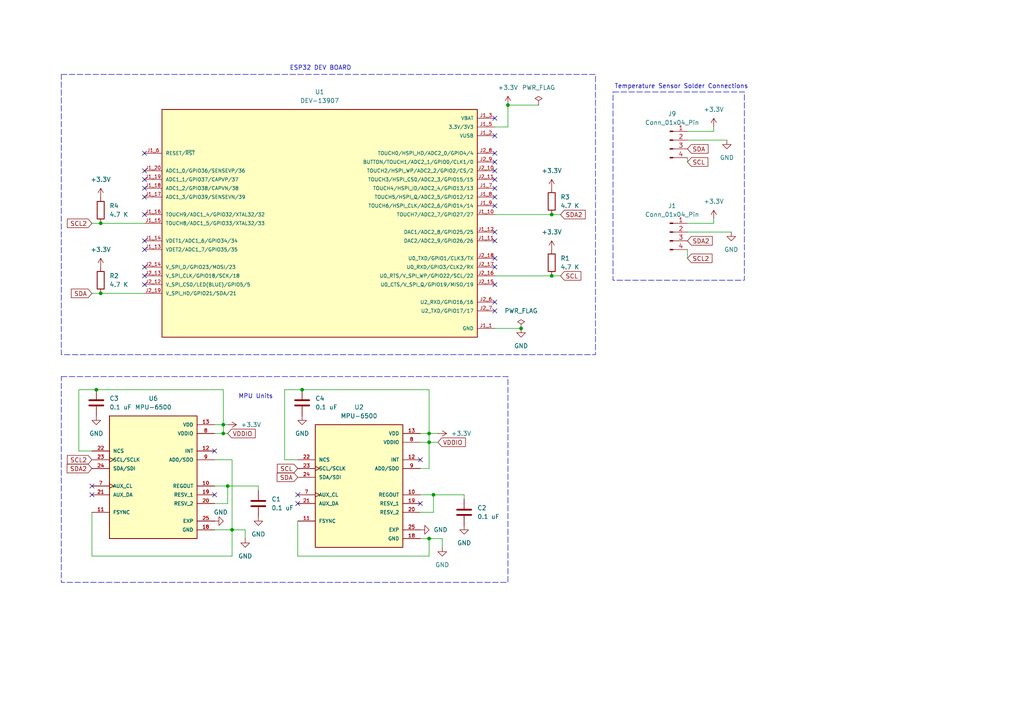
<source format=kicad_sch>
(kicad_sch
	(version 20250114)
	(generator "eeschema")
	(generator_version "9.0")
	(uuid "673d38de-4525-41fe-8b80-c2275b3bb960")
	(paper "A4")
	(lib_symbols
		(symbol "Connector:Conn_01x04_Pin"
			(pin_names
				(offset 1.016)
				(hide yes)
			)
			(exclude_from_sim no)
			(in_bom yes)
			(on_board yes)
			(property "Reference" "J"
				(at 0 5.08 0)
				(effects
					(font
						(size 1.27 1.27)
					)
				)
			)
			(property "Value" "Conn_01x04_Pin"
				(at 0 -7.62 0)
				(effects
					(font
						(size 1.27 1.27)
					)
				)
			)
			(property "Footprint" ""
				(at 0 0 0)
				(effects
					(font
						(size 1.27 1.27)
					)
					(hide yes)
				)
			)
			(property "Datasheet" "~"
				(at 0 0 0)
				(effects
					(font
						(size 1.27 1.27)
					)
					(hide yes)
				)
			)
			(property "Description" "Generic connector, single row, 01x04, script generated"
				(at 0 0 0)
				(effects
					(font
						(size 1.27 1.27)
					)
					(hide yes)
				)
			)
			(property "ki_locked" ""
				(at 0 0 0)
				(effects
					(font
						(size 1.27 1.27)
					)
				)
			)
			(property "ki_keywords" "connector"
				(at 0 0 0)
				(effects
					(font
						(size 1.27 1.27)
					)
					(hide yes)
				)
			)
			(property "ki_fp_filters" "Connector*:*_1x??_*"
				(at 0 0 0)
				(effects
					(font
						(size 1.27 1.27)
					)
					(hide yes)
				)
			)
			(symbol "Conn_01x04_Pin_1_1"
				(rectangle
					(start 0.8636 2.667)
					(end 0 2.413)
					(stroke
						(width 0.1524)
						(type default)
					)
					(fill
						(type outline)
					)
				)
				(rectangle
					(start 0.8636 0.127)
					(end 0 -0.127)
					(stroke
						(width 0.1524)
						(type default)
					)
					(fill
						(type outline)
					)
				)
				(rectangle
					(start 0.8636 -2.413)
					(end 0 -2.667)
					(stroke
						(width 0.1524)
						(type default)
					)
					(fill
						(type outline)
					)
				)
				(rectangle
					(start 0.8636 -4.953)
					(end 0 -5.207)
					(stroke
						(width 0.1524)
						(type default)
					)
					(fill
						(type outline)
					)
				)
				(polyline
					(pts
						(xy 1.27 2.54) (xy 0.8636 2.54)
					)
					(stroke
						(width 0.1524)
						(type default)
					)
					(fill
						(type none)
					)
				)
				(polyline
					(pts
						(xy 1.27 0) (xy 0.8636 0)
					)
					(stroke
						(width 0.1524)
						(type default)
					)
					(fill
						(type none)
					)
				)
				(polyline
					(pts
						(xy 1.27 -2.54) (xy 0.8636 -2.54)
					)
					(stroke
						(width 0.1524)
						(type default)
					)
					(fill
						(type none)
					)
				)
				(polyline
					(pts
						(xy 1.27 -5.08) (xy 0.8636 -5.08)
					)
					(stroke
						(width 0.1524)
						(type default)
					)
					(fill
						(type none)
					)
				)
				(pin passive line
					(at 5.08 2.54 180)
					(length 3.81)
					(name "Pin_1"
						(effects
							(font
								(size 1.27 1.27)
							)
						)
					)
					(number "1"
						(effects
							(font
								(size 1.27 1.27)
							)
						)
					)
				)
				(pin passive line
					(at 5.08 0 180)
					(length 3.81)
					(name "Pin_2"
						(effects
							(font
								(size 1.27 1.27)
							)
						)
					)
					(number "2"
						(effects
							(font
								(size 1.27 1.27)
							)
						)
					)
				)
				(pin passive line
					(at 5.08 -2.54 180)
					(length 3.81)
					(name "Pin_3"
						(effects
							(font
								(size 1.27 1.27)
							)
						)
					)
					(number "3"
						(effects
							(font
								(size 1.27 1.27)
							)
						)
					)
				)
				(pin passive line
					(at 5.08 -5.08 180)
					(length 3.81)
					(name "Pin_4"
						(effects
							(font
								(size 1.27 1.27)
							)
						)
					)
					(number "4"
						(effects
							(font
								(size 1.27 1.27)
							)
						)
					)
				)
			)
			(embedded_fonts no)
		)
		(symbol "DEV-13907:DEV-13907"
			(pin_names
				(offset 1.016)
			)
			(exclude_from_sim no)
			(in_bom yes)
			(on_board yes)
			(property "Reference" "U"
				(at -45.72 33.782 0)
				(effects
					(font
						(size 1.27 1.27)
					)
					(justify left bottom)
				)
			)
			(property "Value" "DEV-13907"
				(at -45.72 -35.56 0)
				(effects
					(font
						(size 1.27 1.27)
					)
					(justify left bottom)
				)
			)
			(property "Footprint" "DEV-13907:MODULE_DEV-13907"
				(at 0 0 0)
				(effects
					(font
						(size 1.27 1.27)
					)
					(justify bottom)
					(hide yes)
				)
			)
			(property "Datasheet" ""
				(at 0 0 0)
				(effects
					(font
						(size 1.27 1.27)
					)
					(hide yes)
				)
			)
			(property "Description" ""
				(at 0 0 0)
				(effects
					(font
						(size 1.27 1.27)
					)
					(hide yes)
				)
			)
			(property "MF" "SparkFun"
				(at 0 0 0)
				(effects
					(font
						(size 1.27 1.27)
					)
					(justify bottom)
					(hide yes)
				)
			)
			(property "MAXIMUM_PACKAGE_HEIGHT" "1.90mm"
				(at 0 0 0)
				(effects
					(font
						(size 1.27 1.27)
					)
					(justify bottom)
					(hide yes)
				)
			)
			(property "Package" "None"
				(at 0 0 0)
				(effects
					(font
						(size 1.27 1.27)
					)
					(justify bottom)
					(hide yes)
				)
			)
			(property "Price" "None"
				(at 0 0 0)
				(effects
					(font
						(size 1.27 1.27)
					)
					(justify bottom)
					(hide yes)
				)
			)
			(property "Check_prices" "https://www.snapeda.com/parts/DEV-13907/SparkFun/view-part/?ref=eda"
				(at 0 0 0)
				(effects
					(font
						(size 1.27 1.27)
					)
					(justify bottom)
					(hide yes)
				)
			)
			(property "STANDARD" "Manufacturer Recommendations"
				(at 0 0 0)
				(effects
					(font
						(size 1.27 1.27)
					)
					(justify bottom)
					(hide yes)
				)
			)
			(property "PARTREV" "V10"
				(at 0 0 0)
				(effects
					(font
						(size 1.27 1.27)
					)
					(justify bottom)
					(hide yes)
				)
			)
			(property "SnapEDA_Link" "https://www.snapeda.com/parts/DEV-13907/SparkFun/view-part/?ref=snap"
				(at 0 0 0)
				(effects
					(font
						(size 1.27 1.27)
					)
					(justify bottom)
					(hide yes)
				)
			)
			(property "MP" "DEV-13907"
				(at 0 0 0)
				(effects
					(font
						(size 1.27 1.27)
					)
					(justify bottom)
					(hide yes)
				)
			)
			(property "Description_1" "ESP32 - Transceiver; 802.11 b/g/n (Wi-Fi, WiFi, WLAN), Bluetooth® Smart Ready 4.x Dual Mode Evaluation Board"
				(at 0 0 0)
				(effects
					(font
						(size 1.27 1.27)
					)
					(justify bottom)
					(hide yes)
				)
			)
			(property "MANUFACTURER" "SparkFun"
				(at 0 0 0)
				(effects
					(font
						(size 1.27 1.27)
					)
					(justify bottom)
					(hide yes)
				)
			)
			(property "Availability" "In Stock"
				(at 0 0 0)
				(effects
					(font
						(size 1.27 1.27)
					)
					(justify bottom)
					(hide yes)
				)
			)
			(property "SNAPEDA_PN" "DEV-13907"
				(at 0 0 0)
				(effects
					(font
						(size 1.27 1.27)
					)
					(justify bottom)
					(hide yes)
				)
			)
			(symbol "DEV-13907_0_0"
				(rectangle
					(start -45.72 -33.02)
					(end 45.72 33.02)
					(stroke
						(width 0.254)
						(type default)
					)
					(fill
						(type background)
					)
				)
				(pin input line
					(at -50.8 20.32 0)
					(length 5.08)
					(name "RESET/~{RST}"
						(effects
							(font
								(size 1.016 1.016)
							)
						)
					)
					(number "J1_6"
						(effects
							(font
								(size 1.016 1.016)
							)
						)
					)
				)
				(pin bidirectional line
					(at -50.8 15.24 0)
					(length 5.08)
					(name "ADC1_0/GPIO36/SENSEVP/36"
						(effects
							(font
								(size 1.016 1.016)
							)
						)
					)
					(number "J1_20"
						(effects
							(font
								(size 1.016 1.016)
							)
						)
					)
				)
				(pin bidirectional line
					(at -50.8 12.7 0)
					(length 5.08)
					(name "ADC1_1/GPIO37/CAPVP/37"
						(effects
							(font
								(size 1.016 1.016)
							)
						)
					)
					(number "J1_19"
						(effects
							(font
								(size 1.016 1.016)
							)
						)
					)
				)
				(pin bidirectional line
					(at -50.8 10.16 0)
					(length 5.08)
					(name "ADC1_2/GPIO38/CAPVN/38"
						(effects
							(font
								(size 1.016 1.016)
							)
						)
					)
					(number "J1_18"
						(effects
							(font
								(size 1.016 1.016)
							)
						)
					)
				)
				(pin bidirectional line
					(at -50.8 7.62 0)
					(length 5.08)
					(name "ADC1_3/GPIO39/SENSEVN/39"
						(effects
							(font
								(size 1.016 1.016)
							)
						)
					)
					(number "J1_17"
						(effects
							(font
								(size 1.016 1.016)
							)
						)
					)
				)
				(pin bidirectional line
					(at -50.8 2.54 0)
					(length 5.08)
					(name "TOUCH9/ADC1_4/GPIO32/XTAL32/32"
						(effects
							(font
								(size 1.016 1.016)
							)
						)
					)
					(number "J1_16"
						(effects
							(font
								(size 1.016 1.016)
							)
						)
					)
				)
				(pin bidirectional line
					(at -50.8 0 0)
					(length 5.08)
					(name "TOUCH8/ADC1_5/GPIO33/XTAL32/33"
						(effects
							(font
								(size 1.016 1.016)
							)
						)
					)
					(number "J1_15"
						(effects
							(font
								(size 1.016 1.016)
							)
						)
					)
				)
				(pin bidirectional line
					(at -50.8 -5.08 0)
					(length 5.08)
					(name "VDET1/ADC1_6/GPIO34/34"
						(effects
							(font
								(size 1.016 1.016)
							)
						)
					)
					(number "J1_14"
						(effects
							(font
								(size 1.016 1.016)
							)
						)
					)
				)
				(pin bidirectional line
					(at -50.8 -7.62 0)
					(length 5.08)
					(name "VDET2/ADC1_7/GPIO35/35"
						(effects
							(font
								(size 1.016 1.016)
							)
						)
					)
					(number "J1_13"
						(effects
							(font
								(size 1.016 1.016)
							)
						)
					)
				)
				(pin bidirectional line
					(at -50.8 -12.7 0)
					(length 5.08)
					(name "V_SPI_D/GPIO23/MOSI/23"
						(effects
							(font
								(size 1.016 1.016)
							)
						)
					)
					(number "J2_14"
						(effects
							(font
								(size 1.016 1.016)
							)
						)
					)
				)
				(pin bidirectional line
					(at -50.8 -15.24 0)
					(length 5.08)
					(name "V_SPI_CLK/GPIO18/SCK/18"
						(effects
							(font
								(size 1.016 1.016)
							)
						)
					)
					(number "J2_13"
						(effects
							(font
								(size 1.016 1.016)
							)
						)
					)
				)
				(pin bidirectional line
					(at -50.8 -17.78 0)
					(length 5.08)
					(name "V_SPI_CS0/LED(BLUE)/GPIO5/5"
						(effects
							(font
								(size 1.016 1.016)
							)
						)
					)
					(number "J2_12"
						(effects
							(font
								(size 1.016 1.016)
							)
						)
					)
				)
				(pin bidirectional line
					(at -50.8 -20.32 0)
					(length 5.08)
					(name "V_SPI_HD/GPIO21/SDA/21"
						(effects
							(font
								(size 1.016 1.016)
							)
						)
					)
					(number "J2_19"
						(effects
							(font
								(size 1.016 1.016)
							)
						)
					)
				)
				(pin power_in line
					(at 50.8 30.48 180)
					(length 5.08)
					(name "VBAT"
						(effects
							(font
								(size 1.016 1.016)
							)
						)
					)
					(number "J1_3"
						(effects
							(font
								(size 1.016 1.016)
							)
						)
					)
				)
				(pin power_in line
					(at 50.8 30.48 180)
					(length 5.08)
					(hide yes)
					(name "VBAT"
						(effects
							(font
								(size 1.016 1.016)
							)
						)
					)
					(number "J2_3"
						(effects
							(font
								(size 1.016 1.016)
							)
						)
					)
				)
				(pin power_in line
					(at 50.8 27.94 180)
					(length 5.08)
					(name "3.3V/3V3"
						(effects
							(font
								(size 1.016 1.016)
							)
						)
					)
					(number "J1_5"
						(effects
							(font
								(size 1.016 1.016)
							)
						)
					)
				)
				(pin power_in line
					(at 50.8 27.94 180)
					(length 5.08)
					(hide yes)
					(name "3.3V/3V3"
						(effects
							(font
								(size 1.016 1.016)
							)
						)
					)
					(number "J2_5"
						(effects
							(font
								(size 1.016 1.016)
							)
						)
					)
				)
				(pin power_in line
					(at 50.8 25.4 180)
					(length 5.08)
					(name "VUSB"
						(effects
							(font
								(size 1.016 1.016)
							)
						)
					)
					(number "J1_2"
						(effects
							(font
								(size 1.016 1.016)
							)
						)
					)
				)
				(pin power_in line
					(at 50.8 25.4 180)
					(length 5.08)
					(hide yes)
					(name "VUSB"
						(effects
							(font
								(size 1.016 1.016)
							)
						)
					)
					(number "J2_2"
						(effects
							(font
								(size 1.016 1.016)
							)
						)
					)
				)
				(pin bidirectional line
					(at 50.8 20.32 180)
					(length 5.08)
					(name "TOUCH0/HSPI_HD/ADC2_0/GPIO4/4"
						(effects
							(font
								(size 1.016 1.016)
							)
						)
					)
					(number "J2_8"
						(effects
							(font
								(size 1.016 1.016)
							)
						)
					)
				)
				(pin bidirectional line
					(at 50.8 17.78 180)
					(length 5.08)
					(name "BUTTON/TOUCH1/ADC2_1/GPIO0/CLK1/0"
						(effects
							(font
								(size 1.016 1.016)
							)
						)
					)
					(number "J2_9"
						(effects
							(font
								(size 1.016 1.016)
							)
						)
					)
				)
				(pin bidirectional line
					(at 50.8 15.24 180)
					(length 5.08)
					(name "TOUCH2/HSPI_WP/ADC2_2/GPIO2/CS/2"
						(effects
							(font
								(size 1.016 1.016)
							)
						)
					)
					(number "J2_10"
						(effects
							(font
								(size 1.016 1.016)
							)
						)
					)
				)
				(pin bidirectional line
					(at 50.8 12.7 180)
					(length 5.08)
					(name "TOUCH3/HSPI_CS0/ADC2_3/GPIO15/15"
						(effects
							(font
								(size 1.016 1.016)
							)
						)
					)
					(number "J2_11"
						(effects
							(font
								(size 1.016 1.016)
							)
						)
					)
				)
				(pin bidirectional line
					(at 50.8 10.16 180)
					(length 5.08)
					(name "TOUCH4/HSPI_ID/ADC2_4/GPIO13/13"
						(effects
							(font
								(size 1.016 1.016)
							)
						)
					)
					(number "J1_7"
						(effects
							(font
								(size 1.016 1.016)
							)
						)
					)
				)
				(pin bidirectional line
					(at 50.8 7.62 180)
					(length 5.08)
					(name "TOUCH5/HSPI_Q/ADC2_5/GPIO12/12"
						(effects
							(font
								(size 1.016 1.016)
							)
						)
					)
					(number "J1_8"
						(effects
							(font
								(size 1.016 1.016)
							)
						)
					)
				)
				(pin bidirectional line
					(at 50.8 5.08 180)
					(length 5.08)
					(name "TOUCH6/HSPI_CLK/ADC2_6/GPIO14/14"
						(effects
							(font
								(size 1.016 1.016)
							)
						)
					)
					(number "J1_9"
						(effects
							(font
								(size 1.016 1.016)
							)
						)
					)
				)
				(pin bidirectional line
					(at 50.8 2.54 180)
					(length 5.08)
					(name "TOUCH7/ADC2_7/GPIO27/27"
						(effects
							(font
								(size 1.016 1.016)
							)
						)
					)
					(number "J1_10"
						(effects
							(font
								(size 1.016 1.016)
							)
						)
					)
				)
				(pin bidirectional line
					(at 50.8 -2.54 180)
					(length 5.08)
					(name "DAC1/ADC2_8/GPIO25/25"
						(effects
							(font
								(size 1.016 1.016)
							)
						)
					)
					(number "J1_12"
						(effects
							(font
								(size 1.016 1.016)
							)
						)
					)
				)
				(pin bidirectional line
					(at 50.8 -5.08 180)
					(length 5.08)
					(name "DAC2/ADC2_9/GPIO26/26"
						(effects
							(font
								(size 1.016 1.016)
							)
						)
					)
					(number "J1_11"
						(effects
							(font
								(size 1.016 1.016)
							)
						)
					)
				)
				(pin bidirectional line
					(at 50.8 -10.16 180)
					(length 5.08)
					(name "U0_TXD/GPIO1/CLK3/TX"
						(effects
							(font
								(size 1.016 1.016)
							)
						)
					)
					(number "J2_18"
						(effects
							(font
								(size 1.016 1.016)
							)
						)
					)
				)
				(pin bidirectional line
					(at 50.8 -12.7 180)
					(length 5.08)
					(name "U0_RXD/GPIO3/CLK2/RX"
						(effects
							(font
								(size 1.016 1.016)
							)
						)
					)
					(number "J2_17"
						(effects
							(font
								(size 1.016 1.016)
							)
						)
					)
				)
				(pin bidirectional line
					(at 50.8 -15.24 180)
					(length 5.08)
					(name "U0_RTS/V_SPI_WP/GPIO22/SCL/22"
						(effects
							(font
								(size 1.016 1.016)
							)
						)
					)
					(number "J2_16"
						(effects
							(font
								(size 1.016 1.016)
							)
						)
					)
				)
				(pin bidirectional line
					(at 50.8 -17.78 180)
					(length 5.08)
					(name "U0_CTS/V_SPI_Q/GPIO19/MISO/19"
						(effects
							(font
								(size 1.016 1.016)
							)
						)
					)
					(number "J2_15"
						(effects
							(font
								(size 1.016 1.016)
							)
						)
					)
				)
				(pin bidirectional line
					(at 50.8 -22.86 180)
					(length 5.08)
					(name "U2_RXD/GPIO16/16"
						(effects
							(font
								(size 1.016 1.016)
							)
						)
					)
					(number "J2_6"
						(effects
							(font
								(size 1.016 1.016)
							)
						)
					)
				)
				(pin bidirectional line
					(at 50.8 -25.4 180)
					(length 5.08)
					(name "U2_TXD/GPIO17/17"
						(effects
							(font
								(size 1.016 1.016)
							)
						)
					)
					(number "J2_7"
						(effects
							(font
								(size 1.016 1.016)
							)
						)
					)
				)
				(pin power_in line
					(at 50.8 -30.48 180)
					(length 5.08)
					(name "GND"
						(effects
							(font
								(size 1.016 1.016)
							)
						)
					)
					(number "J1_1"
						(effects
							(font
								(size 1.016 1.016)
							)
						)
					)
				)
				(pin power_in line
					(at 50.8 -30.48 180)
					(length 5.08)
					(hide yes)
					(name "GND"
						(effects
							(font
								(size 1.016 1.016)
							)
						)
					)
					(number "J1_4"
						(effects
							(font
								(size 1.016 1.016)
							)
						)
					)
				)
				(pin power_in line
					(at 50.8 -30.48 180)
					(length 5.08)
					(hide yes)
					(name "GND"
						(effects
							(font
								(size 1.016 1.016)
							)
						)
					)
					(number "J2_1"
						(effects
							(font
								(size 1.016 1.016)
							)
						)
					)
				)
				(pin power_in line
					(at 50.8 -30.48 180)
					(length 5.08)
					(hide yes)
					(name "GND"
						(effects
							(font
								(size 1.016 1.016)
							)
						)
					)
					(number "J2_20"
						(effects
							(font
								(size 1.016 1.016)
							)
						)
					)
				)
				(pin power_in line
					(at 50.8 -30.48 180)
					(length 5.08)
					(hide yes)
					(name "GND"
						(effects
							(font
								(size 1.016 1.016)
							)
						)
					)
					(number "J2_4"
						(effects
							(font
								(size 1.016 1.016)
							)
						)
					)
				)
			)
			(embedded_fonts no)
		)
		(symbol "Device:C"
			(pin_numbers
				(hide yes)
			)
			(pin_names
				(offset 0.254)
			)
			(exclude_from_sim no)
			(in_bom yes)
			(on_board yes)
			(property "Reference" "C"
				(at 0.635 2.54 0)
				(effects
					(font
						(size 1.27 1.27)
					)
					(justify left)
				)
			)
			(property "Value" "C"
				(at 0.635 -2.54 0)
				(effects
					(font
						(size 1.27 1.27)
					)
					(justify left)
				)
			)
			(property "Footprint" ""
				(at 0.9652 -3.81 0)
				(effects
					(font
						(size 1.27 1.27)
					)
					(hide yes)
				)
			)
			(property "Datasheet" "~"
				(at 0 0 0)
				(effects
					(font
						(size 1.27 1.27)
					)
					(hide yes)
				)
			)
			(property "Description" "Unpolarized capacitor"
				(at 0 0 0)
				(effects
					(font
						(size 1.27 1.27)
					)
					(hide yes)
				)
			)
			(property "ki_keywords" "cap capacitor"
				(at 0 0 0)
				(effects
					(font
						(size 1.27 1.27)
					)
					(hide yes)
				)
			)
			(property "ki_fp_filters" "C_*"
				(at 0 0 0)
				(effects
					(font
						(size 1.27 1.27)
					)
					(hide yes)
				)
			)
			(symbol "C_0_1"
				(polyline
					(pts
						(xy -2.032 0.762) (xy 2.032 0.762)
					)
					(stroke
						(width 0.508)
						(type default)
					)
					(fill
						(type none)
					)
				)
				(polyline
					(pts
						(xy -2.032 -0.762) (xy 2.032 -0.762)
					)
					(stroke
						(width 0.508)
						(type default)
					)
					(fill
						(type none)
					)
				)
			)
			(symbol "C_1_1"
				(pin passive line
					(at 0 3.81 270)
					(length 2.794)
					(name "~"
						(effects
							(font
								(size 1.27 1.27)
							)
						)
					)
					(number "1"
						(effects
							(font
								(size 1.27 1.27)
							)
						)
					)
				)
				(pin passive line
					(at 0 -3.81 90)
					(length 2.794)
					(name "~"
						(effects
							(font
								(size 1.27 1.27)
							)
						)
					)
					(number "2"
						(effects
							(font
								(size 1.27 1.27)
							)
						)
					)
				)
			)
			(embedded_fonts no)
		)
		(symbol "Device:R"
			(pin_numbers
				(hide yes)
			)
			(pin_names
				(offset 0)
			)
			(exclude_from_sim no)
			(in_bom yes)
			(on_board yes)
			(property "Reference" "R"
				(at 2.032 0 90)
				(effects
					(font
						(size 1.27 1.27)
					)
				)
			)
			(property "Value" "R"
				(at 0 0 90)
				(effects
					(font
						(size 1.27 1.27)
					)
				)
			)
			(property "Footprint" ""
				(at -1.778 0 90)
				(effects
					(font
						(size 1.27 1.27)
					)
					(hide yes)
				)
			)
			(property "Datasheet" "~"
				(at 0 0 0)
				(effects
					(font
						(size 1.27 1.27)
					)
					(hide yes)
				)
			)
			(property "Description" "Resistor"
				(at 0 0 0)
				(effects
					(font
						(size 1.27 1.27)
					)
					(hide yes)
				)
			)
			(property "ki_keywords" "R res resistor"
				(at 0 0 0)
				(effects
					(font
						(size 1.27 1.27)
					)
					(hide yes)
				)
			)
			(property "ki_fp_filters" "R_*"
				(at 0 0 0)
				(effects
					(font
						(size 1.27 1.27)
					)
					(hide yes)
				)
			)
			(symbol "R_0_1"
				(rectangle
					(start -1.016 -2.54)
					(end 1.016 2.54)
					(stroke
						(width 0.254)
						(type default)
					)
					(fill
						(type none)
					)
				)
			)
			(symbol "R_1_1"
				(pin passive line
					(at 0 3.81 270)
					(length 1.27)
					(name "~"
						(effects
							(font
								(size 1.27 1.27)
							)
						)
					)
					(number "1"
						(effects
							(font
								(size 1.27 1.27)
							)
						)
					)
				)
				(pin passive line
					(at 0 -3.81 90)
					(length 1.27)
					(name "~"
						(effects
							(font
								(size 1.27 1.27)
							)
						)
					)
					(number "2"
						(effects
							(font
								(size 1.27 1.27)
							)
						)
					)
				)
			)
			(embedded_fonts no)
		)
		(symbol "MPU-6500:MPU-6500"
			(pin_names
				(offset 1.016)
			)
			(exclude_from_sim no)
			(in_bom yes)
			(on_board yes)
			(property "Reference" "U"
				(at -12.7 19.05 0)
				(effects
					(font
						(size 1.27 1.27)
					)
					(justify left bottom)
				)
			)
			(property "Value" "MPU-6500"
				(at -12.7 -19.05 0)
				(effects
					(font
						(size 1.27 1.27)
					)
					(justify left top)
				)
			)
			(property "Footprint" "MPU-6500:QFN40P300X300X95-25N"
				(at 0 0 0)
				(effects
					(font
						(size 1.27 1.27)
					)
					(justify bottom)
					(hide yes)
				)
			)
			(property "Datasheet" ""
				(at 0 0 0)
				(effects
					(font
						(size 1.27 1.27)
					)
					(hide yes)
				)
			)
			(property "Description" ""
				(at 0 0 0)
				(effects
					(font
						(size 1.27 1.27)
					)
					(hide yes)
				)
			)
			(property "SNAPEDA_PACKAGE_ID" ""
				(at 0 0 0)
				(effects
					(font
						(size 1.27 1.27)
					)
					(justify bottom)
					(hide yes)
				)
			)
			(property "B_NOM" "0.2"
				(at 0 0 0)
				(effects
					(font
						(size 1.27 1.27)
					)
					(justify bottom)
					(hide yes)
				)
			)
			(property "EMAX" ""
				(at 0 0 0)
				(effects
					(font
						(size 1.27 1.27)
					)
					(justify bottom)
					(hide yes)
				)
			)
			(property "VACANCIES" ""
				(at 0 0 0)
				(effects
					(font
						(size 1.27 1.27)
					)
					(justify bottom)
					(hide yes)
				)
			)
			(property "BALL_COLUMNS" ""
				(at 0 0 0)
				(effects
					(font
						(size 1.27 1.27)
					)
					(justify bottom)
					(hide yes)
				)
			)
			(property "PIN_COUNT_D" "6.0"
				(at 0 0 0)
				(effects
					(font
						(size 1.27 1.27)
					)
					(justify bottom)
					(hide yes)
				)
			)
			(property "THERMAL_PAD" ""
				(at 0 0 0)
				(effects
					(font
						(size 1.27 1.27)
					)
					(justify bottom)
					(hide yes)
				)
			)
			(property "DMAX" ""
				(at 0 0 0)
				(effects
					(font
						(size 1.27 1.27)
					)
					(justify bottom)
					(hide yes)
				)
			)
			(property "Check_prices" "https://www.snapeda.com/parts/MPU-6500/TDK/view-part/?ref=eda"
				(at 0 0 0)
				(effects
					(font
						(size 1.27 1.27)
					)
					(justify bottom)
					(hide yes)
				)
			)
			(property "B_MAX" "0.25"
				(at 0 0 0)
				(effects
					(font
						(size 1.27 1.27)
					)
					(justify bottom)
					(hide yes)
				)
			)
			(property "Description_1" "MotionTracking Device Digital Output 1.8V 24-Pin QFN EP T/R"
				(at 0 0 0)
				(effects
					(font
						(size 1.27 1.27)
					)
					(justify bottom)
					(hide yes)
				)
			)
			(property "EMIN" ""
				(at 0 0 0)
				(effects
					(font
						(size 1.27 1.27)
					)
					(justify bottom)
					(hide yes)
				)
			)
			(property "JEDEC" ""
				(at 0 0 0)
				(effects
					(font
						(size 1.27 1.27)
					)
					(justify bottom)
					(hide yes)
				)
			)
			(property "Price" "None"
				(at 0 0 0)
				(effects
					(font
						(size 1.27 1.27)
					)
					(justify bottom)
					(hide yes)
				)
			)
			(property "ENOM" "0.4"
				(at 0 0 0)
				(effects
					(font
						(size 1.27 1.27)
					)
					(justify bottom)
					(hide yes)
				)
			)
			(property "D_NOM" "3.0"
				(at 0 0 0)
				(effects
					(font
						(size 1.27 1.27)
					)
					(justify bottom)
					(hide yes)
				)
			)
			(property "D_MAX" "3.1"
				(at 0 0 0)
				(effects
					(font
						(size 1.27 1.27)
					)
					(justify bottom)
					(hide yes)
				)
			)
			(property "L_MAX" "0.25"
				(at 0 0 0)
				(effects
					(font
						(size 1.27 1.27)
					)
					(justify bottom)
					(hide yes)
				)
			)
			(property "PACKAGE_TYPE" ""
				(at 0 0 0)
				(effects
					(font
						(size 1.27 1.27)
					)
					(justify bottom)
					(hide yes)
				)
			)
			(property "Package" "QFN-24 TDK"
				(at 0 0 0)
				(effects
					(font
						(size 1.27 1.27)
					)
					(justify bottom)
					(hide yes)
				)
			)
			(property "E2_NOM" "1.54"
				(at 0 0 0)
				(effects
					(font
						(size 1.27 1.27)
					)
					(justify bottom)
					(hide yes)
				)
			)
			(property "D2_NOM" "1.7"
				(at 0 0 0)
				(effects
					(font
						(size 1.27 1.27)
					)
					(justify bottom)
					(hide yes)
				)
			)
			(property "PARTREV" "1.3"
				(at 0 0 0)
				(effects
					(font
						(size 1.27 1.27)
					)
					(justify bottom)
					(hide yes)
				)
			)
			(property "DNOM" ""
				(at 0 0 0)
				(effects
					(font
						(size 1.27 1.27)
					)
					(justify bottom)
					(hide yes)
				)
			)
			(property "SnapEDA_Link" "https://www.snapeda.com/parts/MPU-6500/TDK/view-part/?ref=snap"
				(at 0 0 0)
				(effects
					(font
						(size 1.27 1.27)
					)
					(justify bottom)
					(hide yes)
				)
			)
			(property "DMIN" ""
				(at 0 0 0)
				(effects
					(font
						(size 1.27 1.27)
					)
					(justify bottom)
					(hide yes)
				)
			)
			(property "E_NOM" "3.0"
				(at 0 0 0)
				(effects
					(font
						(size 1.27 1.27)
					)
					(justify bottom)
					(hide yes)
				)
			)
			(property "BALL_ROWS" ""
				(at 0 0 0)
				(effects
					(font
						(size 1.27 1.27)
					)
					(justify bottom)
					(hide yes)
				)
			)
			(property "B_MIN" "0.15"
				(at 0 0 0)
				(effects
					(font
						(size 1.27 1.27)
					)
					(justify bottom)
					(hide yes)
				)
			)
			(property "STANDARD" "IPC 7351B"
				(at 0 0 0)
				(effects
					(font
						(size 1.27 1.27)
					)
					(justify bottom)
					(hide yes)
				)
			)
			(property "L_NOM" "0.3"
				(at 0 0 0)
				(effects
					(font
						(size 1.27 1.27)
					)
					(justify bottom)
					(hide yes)
				)
			)
			(property "MANUFACTURER" "TDK InvenSense"
				(at 0 0 0)
				(effects
					(font
						(size 1.27 1.27)
					)
					(justify bottom)
					(hide yes)
				)
			)
			(property "IPC" ""
				(at 0 0 0)
				(effects
					(font
						(size 1.27 1.27)
					)
					(justify bottom)
					(hide yes)
				)
			)
			(property "PIN_COLUMNS" ""
				(at 0 0 0)
				(effects
					(font
						(size 1.27 1.27)
					)
					(justify bottom)
					(hide yes)
				)
			)
			(property "MF" "TDK InvenSense"
				(at 0 0 0)
				(effects
					(font
						(size 1.27 1.27)
					)
					(justify bottom)
					(hide yes)
				)
			)
			(property "MAXIMUM_PACKAGE_HEIGHT" "0.95 mm"
				(at 0 0 0)
				(effects
					(font
						(size 1.27 1.27)
					)
					(justify bottom)
					(hide yes)
				)
			)
			(property "PIN_COUNT_E" "6.0"
				(at 0 0 0)
				(effects
					(font
						(size 1.27 1.27)
					)
					(justify bottom)
					(hide yes)
				)
			)
			(property "BODY_DIAMETER" ""
				(at 0 0 0)
				(effects
					(font
						(size 1.27 1.27)
					)
					(justify bottom)
					(hide yes)
				)
			)
			(property "E_MIN" "2.9"
				(at 0 0 0)
				(effects
					(font
						(size 1.27 1.27)
					)
					(justify bottom)
					(hide yes)
				)
			)
			(property "D_MIN" "2.9"
				(at 0 0 0)
				(effects
					(font
						(size 1.27 1.27)
					)
					(justify bottom)
					(hide yes)
				)
			)
			(property "MP" "MPU-6500"
				(at 0 0 0)
				(effects
					(font
						(size 1.27 1.27)
					)
					(justify bottom)
					(hide yes)
				)
			)
			(property "PINS" ""
				(at 0 0 0)
				(effects
					(font
						(size 1.27 1.27)
					)
					(justify bottom)
					(hide yes)
				)
			)
			(property "L_MIN" "0.15"
				(at 0 0 0)
				(effects
					(font
						(size 1.27 1.27)
					)
					(justify bottom)
					(hide yes)
				)
			)
			(property "Availability" "In Stock"
				(at 0 0 0)
				(effects
					(font
						(size 1.27 1.27)
					)
					(justify bottom)
					(hide yes)
				)
			)
			(property "E_MAX" "3.1"
				(at 0 0 0)
				(effects
					(font
						(size 1.27 1.27)
					)
					(justify bottom)
					(hide yes)
				)
			)
			(symbol "MPU-6500_0_0"
				(rectangle
					(start -12.7 -17.78)
					(end 12.7 17.78)
					(stroke
						(width 0.254)
						(type default)
					)
					(fill
						(type background)
					)
				)
				(pin input line
					(at -17.78 7.62 0)
					(length 5.08)
					(name "NCS"
						(effects
							(font
								(size 1.016 1.016)
							)
						)
					)
					(number "22"
						(effects
							(font
								(size 1.016 1.016)
							)
						)
					)
				)
				(pin input clock
					(at -17.78 5.08 0)
					(length 5.08)
					(name "SCL/SCLK"
						(effects
							(font
								(size 1.016 1.016)
							)
						)
					)
					(number "23"
						(effects
							(font
								(size 1.016 1.016)
							)
						)
					)
				)
				(pin bidirectional line
					(at -17.78 2.54 0)
					(length 5.08)
					(name "SDA/SDI"
						(effects
							(font
								(size 1.016 1.016)
							)
						)
					)
					(number "24"
						(effects
							(font
								(size 1.016 1.016)
							)
						)
					)
				)
				(pin input clock
					(at -17.78 -2.54 0)
					(length 5.08)
					(name "AUX_CL"
						(effects
							(font
								(size 1.016 1.016)
							)
						)
					)
					(number "7"
						(effects
							(font
								(size 1.016 1.016)
							)
						)
					)
				)
				(pin bidirectional line
					(at -17.78 -5.08 0)
					(length 5.08)
					(name "AUX_DA"
						(effects
							(font
								(size 1.016 1.016)
							)
						)
					)
					(number "21"
						(effects
							(font
								(size 1.016 1.016)
							)
						)
					)
				)
				(pin input line
					(at -17.78 -10.16 0)
					(length 5.08)
					(name "FSYNC"
						(effects
							(font
								(size 1.016 1.016)
							)
						)
					)
					(number "11"
						(effects
							(font
								(size 1.016 1.016)
							)
						)
					)
				)
				(pin power_in line
					(at 17.78 15.24 180)
					(length 5.08)
					(name "VDD"
						(effects
							(font
								(size 1.016 1.016)
							)
						)
					)
					(number "13"
						(effects
							(font
								(size 1.016 1.016)
							)
						)
					)
				)
				(pin power_in line
					(at 17.78 12.7 180)
					(length 5.08)
					(name "VDDIO"
						(effects
							(font
								(size 1.016 1.016)
							)
						)
					)
					(number "8"
						(effects
							(font
								(size 1.016 1.016)
							)
						)
					)
				)
				(pin output line
					(at 17.78 7.62 180)
					(length 5.08)
					(name "INT"
						(effects
							(font
								(size 1.016 1.016)
							)
						)
					)
					(number "12"
						(effects
							(font
								(size 1.016 1.016)
							)
						)
					)
				)
				(pin output line
					(at 17.78 5.08 180)
					(length 5.08)
					(name "AD0/SDO"
						(effects
							(font
								(size 1.016 1.016)
							)
						)
					)
					(number "9"
						(effects
							(font
								(size 1.016 1.016)
							)
						)
					)
				)
				(pin output line
					(at 17.78 -2.54 180)
					(length 5.08)
					(name "REGOUT"
						(effects
							(font
								(size 1.016 1.016)
							)
						)
					)
					(number "10"
						(effects
							(font
								(size 1.016 1.016)
							)
						)
					)
				)
				(pin passive line
					(at 17.78 -5.08 180)
					(length 5.08)
					(name "RESV_1"
						(effects
							(font
								(size 1.016 1.016)
							)
						)
					)
					(number "19"
						(effects
							(font
								(size 1.016 1.016)
							)
						)
					)
				)
				(pin passive line
					(at 17.78 -7.62 180)
					(length 5.08)
					(name "RESV_2"
						(effects
							(font
								(size 1.016 1.016)
							)
						)
					)
					(number "20"
						(effects
							(font
								(size 1.016 1.016)
							)
						)
					)
				)
				(pin passive line
					(at 17.78 -12.7 180)
					(length 5.08)
					(name "EXP"
						(effects
							(font
								(size 1.016 1.016)
							)
						)
					)
					(number "25"
						(effects
							(font
								(size 1.016 1.016)
							)
						)
					)
				)
				(pin power_in line
					(at 17.78 -15.24 180)
					(length 5.08)
					(name "GND"
						(effects
							(font
								(size 1.016 1.016)
							)
						)
					)
					(number "18"
						(effects
							(font
								(size 1.016 1.016)
							)
						)
					)
				)
			)
			(embedded_fonts no)
		)
		(symbol "power:+3.3V"
			(power)
			(pin_numbers
				(hide yes)
			)
			(pin_names
				(offset 0)
				(hide yes)
			)
			(exclude_from_sim no)
			(in_bom yes)
			(on_board yes)
			(property "Reference" "#PWR"
				(at 0 -3.81 0)
				(effects
					(font
						(size 1.27 1.27)
					)
					(hide yes)
				)
			)
			(property "Value" "+3.3V"
				(at 0 3.556 0)
				(effects
					(font
						(size 1.27 1.27)
					)
				)
			)
			(property "Footprint" ""
				(at 0 0 0)
				(effects
					(font
						(size 1.27 1.27)
					)
					(hide yes)
				)
			)
			(property "Datasheet" ""
				(at 0 0 0)
				(effects
					(font
						(size 1.27 1.27)
					)
					(hide yes)
				)
			)
			(property "Description" "Power symbol creates a global label with name \"+3.3V\""
				(at 0 0 0)
				(effects
					(font
						(size 1.27 1.27)
					)
					(hide yes)
				)
			)
			(property "ki_keywords" "global power"
				(at 0 0 0)
				(effects
					(font
						(size 1.27 1.27)
					)
					(hide yes)
				)
			)
			(symbol "+3.3V_0_1"
				(polyline
					(pts
						(xy -0.762 1.27) (xy 0 2.54)
					)
					(stroke
						(width 0)
						(type default)
					)
					(fill
						(type none)
					)
				)
				(polyline
					(pts
						(xy 0 2.54) (xy 0.762 1.27)
					)
					(stroke
						(width 0)
						(type default)
					)
					(fill
						(type none)
					)
				)
				(polyline
					(pts
						(xy 0 0) (xy 0 2.54)
					)
					(stroke
						(width 0)
						(type default)
					)
					(fill
						(type none)
					)
				)
			)
			(symbol "+3.3V_1_1"
				(pin power_in line
					(at 0 0 90)
					(length 0)
					(name "~"
						(effects
							(font
								(size 1.27 1.27)
							)
						)
					)
					(number "1"
						(effects
							(font
								(size 1.27 1.27)
							)
						)
					)
				)
			)
			(embedded_fonts no)
		)
		(symbol "power:GND"
			(power)
			(pin_numbers
				(hide yes)
			)
			(pin_names
				(offset 0)
				(hide yes)
			)
			(exclude_from_sim no)
			(in_bom yes)
			(on_board yes)
			(property "Reference" "#PWR"
				(at 0 -6.35 0)
				(effects
					(font
						(size 1.27 1.27)
					)
					(hide yes)
				)
			)
			(property "Value" "GND"
				(at 0 -3.81 0)
				(effects
					(font
						(size 1.27 1.27)
					)
				)
			)
			(property "Footprint" ""
				(at 0 0 0)
				(effects
					(font
						(size 1.27 1.27)
					)
					(hide yes)
				)
			)
			(property "Datasheet" ""
				(at 0 0 0)
				(effects
					(font
						(size 1.27 1.27)
					)
					(hide yes)
				)
			)
			(property "Description" "Power symbol creates a global label with name \"GND\" , ground"
				(at 0 0 0)
				(effects
					(font
						(size 1.27 1.27)
					)
					(hide yes)
				)
			)
			(property "ki_keywords" "global power"
				(at 0 0 0)
				(effects
					(font
						(size 1.27 1.27)
					)
					(hide yes)
				)
			)
			(symbol "GND_0_1"
				(polyline
					(pts
						(xy 0 0) (xy 0 -1.27) (xy 1.27 -1.27) (xy 0 -2.54) (xy -1.27 -1.27) (xy 0 -1.27)
					)
					(stroke
						(width 0)
						(type default)
					)
					(fill
						(type none)
					)
				)
			)
			(symbol "GND_1_1"
				(pin power_in line
					(at 0 0 270)
					(length 0)
					(name "~"
						(effects
							(font
								(size 1.27 1.27)
							)
						)
					)
					(number "1"
						(effects
							(font
								(size 1.27 1.27)
							)
						)
					)
				)
			)
			(embedded_fonts no)
		)
		(symbol "power:PWR_FLAG"
			(power)
			(pin_numbers
				(hide yes)
			)
			(pin_names
				(offset 0)
				(hide yes)
			)
			(exclude_from_sim no)
			(in_bom yes)
			(on_board yes)
			(property "Reference" "#FLG"
				(at 0 1.905 0)
				(effects
					(font
						(size 1.27 1.27)
					)
					(hide yes)
				)
			)
			(property "Value" "PWR_FLAG"
				(at 0 3.81 0)
				(effects
					(font
						(size 1.27 1.27)
					)
				)
			)
			(property "Footprint" ""
				(at 0 0 0)
				(effects
					(font
						(size 1.27 1.27)
					)
					(hide yes)
				)
			)
			(property "Datasheet" "~"
				(at 0 0 0)
				(effects
					(font
						(size 1.27 1.27)
					)
					(hide yes)
				)
			)
			(property "Description" "Special symbol for telling ERC where power comes from"
				(at 0 0 0)
				(effects
					(font
						(size 1.27 1.27)
					)
					(hide yes)
				)
			)
			(property "ki_keywords" "flag power"
				(at 0 0 0)
				(effects
					(font
						(size 1.27 1.27)
					)
					(hide yes)
				)
			)
			(symbol "PWR_FLAG_0_0"
				(pin power_out line
					(at 0 0 90)
					(length 0)
					(name "~"
						(effects
							(font
								(size 1.27 1.27)
							)
						)
					)
					(number "1"
						(effects
							(font
								(size 1.27 1.27)
							)
						)
					)
				)
			)
			(symbol "PWR_FLAG_0_1"
				(polyline
					(pts
						(xy 0 0) (xy 0 1.27) (xy -1.016 1.905) (xy 0 2.54) (xy 1.016 1.905) (xy 0 1.27)
					)
					(stroke
						(width 0)
						(type default)
					)
					(fill
						(type none)
					)
				)
			)
			(embedded_fonts no)
		)
	)
	(rectangle
		(start 17.78 109.22)
		(end 147.32 168.91)
		(stroke
			(width 0)
			(type dash)
		)
		(fill
			(type none)
		)
		(uuid 89650e01-c528-4620-921b-cb8186d88f2d)
	)
	(rectangle
		(start 177.8 26.67)
		(end 215.9 81.28)
		(stroke
			(width 0)
			(type dash)
		)
		(fill
			(type none)
		)
		(uuid af05fc77-d9a4-45a4-9037-52ebd18eb95a)
	)
	(rectangle
		(start 17.78 21.59)
		(end 172.72 102.87)
		(stroke
			(width 0)
			(type dash)
		)
		(fill
			(type none)
		)
		(uuid fad92e95-5e84-4abc-945f-9ddcbb992818)
	)
	(text "MPU Units"
		(exclude_from_sim no)
		(at 74.168 115.062 0)
		(effects
			(font
				(size 1.27 1.27)
			)
		)
		(uuid "99aba569-afef-4378-9e50-eb75e584395e")
	)
	(text "ESP32 DEV BOARD"
		(exclude_from_sim no)
		(at 92.964 19.812 0)
		(effects
			(font
				(size 1.27 1.27)
			)
		)
		(uuid "9bbb1a12-71cb-4d10-8d4b-42d6f01c33f1")
	)
	(text "Temperature Sensor Solder Connections"
		(exclude_from_sim no)
		(at 197.612 25.146 0)
		(effects
			(font
				(size 1.27 1.27)
			)
		)
		(uuid "b2c3a534-0146-40f2-9f28-740686a774aa")
	)
	(junction
		(at 124.46 156.21)
		(diameter 0)
		(color 0 0 0 0)
		(uuid "131277cd-6ff6-4d6b-b1ad-c73e57402600")
	)
	(junction
		(at 160.02 62.23)
		(diameter 0)
		(color 0 0 0 0)
		(uuid "17f60b35-eba6-4191-a8a9-ef3573425288")
	)
	(junction
		(at 67.31 153.67)
		(diameter 0)
		(color 0 0 0 0)
		(uuid "1df563c9-ecc1-4d74-8d03-f2d45509c619")
	)
	(junction
		(at 160.02 80.01)
		(diameter 0)
		(color 0 0 0 0)
		(uuid "32d7532e-2cbd-47e0-8e36-2a7af095e839")
	)
	(junction
		(at 124.46 125.73)
		(diameter 0)
		(color 0 0 0 0)
		(uuid "38c2293c-f27a-4773-93d2-ad9bb4aa1207")
	)
	(junction
		(at 125.73 143.51)
		(diameter 0)
		(color 0 0 0 0)
		(uuid "4cb0ef7f-33da-4ad1-8ec6-539ada7a4b29")
	)
	(junction
		(at 29.21 85.09)
		(diameter 0)
		(color 0 0 0 0)
		(uuid "92f7c220-c703-40fe-9b12-18d27e0c9f35")
	)
	(junction
		(at 151.13 95.25)
		(diameter 0)
		(color 0 0 0 0)
		(uuid "a499edd9-727b-4bad-91ac-732939531282")
	)
	(junction
		(at 66.04 140.97)
		(diameter 0)
		(color 0 0 0 0)
		(uuid "a96d7cf8-2e32-4d9c-a3b9-c399436341e7")
	)
	(junction
		(at 29.21 64.77)
		(diameter 0)
		(color 0 0 0 0)
		(uuid "aa24db2b-79c3-4240-80d4-bc9a6daf3e8e")
	)
	(junction
		(at 124.46 128.27)
		(diameter 0)
		(color 0 0 0 0)
		(uuid "ac64f2d8-b814-4569-8281-b115992025eb")
	)
	(junction
		(at 64.77 125.73)
		(diameter 0)
		(color 0 0 0 0)
		(uuid "bfb52087-bb9f-4863-ac45-ce1232cb4a78")
	)
	(junction
		(at 147.32 30.48)
		(diameter 0)
		(color 0 0 0 0)
		(uuid "db9a0978-959c-4126-90a1-b880e1f70ccb")
	)
	(junction
		(at 87.63 113.03)
		(diameter 0)
		(color 0 0 0 0)
		(uuid "e05f606b-0964-4977-b573-d468f33f7984")
	)
	(junction
		(at 27.94 113.03)
		(diameter 0)
		(color 0 0 0 0)
		(uuid "e52d8b5b-90c8-41ce-90f0-d1f605b1372a")
	)
	(junction
		(at 64.77 123.19)
		(diameter 0)
		(color 0 0 0 0)
		(uuid "fe98687d-b61f-48ac-92e5-27b7ae0cfed6")
	)
	(no_connect
		(at 41.91 57.15)
		(uuid "11a48908-1a59-455d-9c0f-d622db77ec6e")
	)
	(no_connect
		(at 41.91 54.61)
		(uuid "13a16bb9-fa79-4e69-b97e-7bb46faed304")
	)
	(no_connect
		(at 143.51 82.55)
		(uuid "16d3da55-7eee-4c76-ab07-457ff13da1d8")
	)
	(no_connect
		(at 41.91 69.85)
		(uuid "1bd6e18b-1e22-454b-9312-172afc3b3179")
	)
	(no_connect
		(at 41.91 62.23)
		(uuid "22f0c88a-4501-4a30-8f05-b4851a02ad2a")
	)
	(no_connect
		(at 143.51 52.07)
		(uuid "24f6711a-8493-431c-8468-3426034795ca")
	)
	(no_connect
		(at 62.23 143.51)
		(uuid "33bc0ed1-7055-4e16-b3ad-9f0ac56d7256")
	)
	(no_connect
		(at 41.91 80.01)
		(uuid "354833ff-9510-4b73-b5ae-0ae3643dbccc")
	)
	(no_connect
		(at 143.51 44.45)
		(uuid "3699a877-56f8-43d9-9fd9-6f6162dcbbca")
	)
	(no_connect
		(at 143.51 77.47)
		(uuid "3f6540b8-e69c-41c8-ba3e-21759d691d08")
	)
	(no_connect
		(at 41.91 77.47)
		(uuid "4c67dfbe-cf88-4edb-a0f5-8f5094df8f89")
	)
	(no_connect
		(at 143.51 34.29)
		(uuid "5593606e-5c99-4fae-bdc3-f11204a96973")
	)
	(no_connect
		(at 41.91 52.07)
		(uuid "60469049-b8f1-4ccb-abbf-dd9899eecff3")
	)
	(no_connect
		(at 121.92 133.35)
		(uuid "658fd422-8e52-499d-ae93-6e99a69b2e72")
	)
	(no_connect
		(at 143.51 59.69)
		(uuid "668bb948-1883-4bde-b6cb-9e43a4715d51")
	)
	(no_connect
		(at 143.51 69.85)
		(uuid "6fea41d5-c18b-4ab7-951e-b349379b8a18")
	)
	(no_connect
		(at 143.51 49.53)
		(uuid "7228cd00-bc09-4e08-98ed-fdf0293be3c0")
	)
	(no_connect
		(at 143.51 57.15)
		(uuid "730f6af8-6f6f-4413-9733-426ada9e05b8")
	)
	(no_connect
		(at 26.67 140.97)
		(uuid "7723f30d-3d31-4008-ba55-7bd17a9c1c56")
	)
	(no_connect
		(at 143.51 46.99)
		(uuid "7c4e9393-7160-4a0b-b829-62a35c96a3f1")
	)
	(no_connect
		(at 41.91 72.39)
		(uuid "81859582-5852-482a-b837-6f2f6ccca0a8")
	)
	(no_connect
		(at 143.51 90.17)
		(uuid "831dfa33-9774-4cea-997a-c129ab9f06ee")
	)
	(no_connect
		(at 41.91 49.53)
		(uuid "8f23591e-a69d-4cb6-be51-702b00794f07")
	)
	(no_connect
		(at 143.51 87.63)
		(uuid "a09736b4-820a-40ea-8c80-787b67b55227")
	)
	(no_connect
		(at 41.91 82.55)
		(uuid "af6ebff4-ea45-4c21-b1d5-22903fdff1b2")
	)
	(no_connect
		(at 143.51 67.31)
		(uuid "b15828c2-8e8e-4395-9870-5a1c5f82277d")
	)
	(no_connect
		(at 143.51 54.61)
		(uuid "bed86cec-1c0d-4c10-915e-03c22e608fe8")
	)
	(no_connect
		(at 143.51 74.93)
		(uuid "c000716a-a576-4722-992a-ec45ac257d06")
	)
	(no_connect
		(at 41.91 44.45)
		(uuid "c3a28483-0876-423a-80ae-389b06d17220")
	)
	(no_connect
		(at 26.67 143.51)
		(uuid "d1d6de84-3bfa-4763-99f0-61ec7b1facc1")
	)
	(no_connect
		(at 86.36 143.51)
		(uuid "e0f5d3df-fdea-4252-8755-00fbabbd962c")
	)
	(no_connect
		(at 62.23 130.81)
		(uuid "ee9410e4-4bd5-4d9d-b58a-75666143a315")
	)
	(no_connect
		(at 86.36 146.05)
		(uuid "f4316d76-c713-4f5b-9353-1270dac3fd9c")
	)
	(no_connect
		(at 121.92 146.05)
		(uuid "f4b12b6d-7fac-4a90-9857-364d922bf6f4")
	)
	(no_connect
		(at 143.51 39.37)
		(uuid "f773e47e-71d7-44a5-bb40-73c8ca2ee8df")
	)
	(wire
		(pts
			(xy 207.01 64.77) (xy 207.01 63.5)
		)
		(stroke
			(width 0)
			(type default)
		)
		(uuid "01747d5b-a1ac-4551-89ca-999ed2e9c4d8")
	)
	(wire
		(pts
			(xy 74.93 140.97) (xy 74.93 142.24)
		)
		(stroke
			(width 0)
			(type default)
		)
		(uuid "066cfcfa-8d38-49d6-96a4-fa6addafa2b7")
	)
	(wire
		(pts
			(xy 199.39 67.31) (xy 212.09 67.31)
		)
		(stroke
			(width 0)
			(type default)
		)
		(uuid "082df792-aa0d-4b6b-b248-032ba174fccf")
	)
	(wire
		(pts
			(xy 121.92 143.51) (xy 125.73 143.51)
		)
		(stroke
			(width 0)
			(type default)
		)
		(uuid "0f477427-8579-49da-ade9-290d43d96dcc")
	)
	(wire
		(pts
			(xy 121.92 125.73) (xy 124.46 125.73)
		)
		(stroke
			(width 0)
			(type default)
		)
		(uuid "116d8658-f6ae-4d6e-9ebb-6bc624ef413c")
	)
	(wire
		(pts
			(xy 62.23 125.73) (xy 64.77 125.73)
		)
		(stroke
			(width 0)
			(type default)
		)
		(uuid "157e4339-f48e-45de-877a-fa261b02a6f5")
	)
	(wire
		(pts
			(xy 82.55 113.03) (xy 87.63 113.03)
		)
		(stroke
			(width 0)
			(type default)
		)
		(uuid "177a37d2-d0bb-437e-abcc-71661861670e")
	)
	(wire
		(pts
			(xy 147.32 30.48) (xy 156.21 30.48)
		)
		(stroke
			(width 0)
			(type default)
		)
		(uuid "196f095b-19bd-4d69-b8b4-4a05b4d28956")
	)
	(wire
		(pts
			(xy 62.23 146.05) (xy 66.04 146.05)
		)
		(stroke
			(width 0)
			(type default)
		)
		(uuid "1aad27d6-49e3-4031-a442-40c8096afdde")
	)
	(wire
		(pts
			(xy 124.46 125.73) (xy 124.46 128.27)
		)
		(stroke
			(width 0)
			(type default)
		)
		(uuid "1bb6f68f-ab88-4284-8a3d-079b776ee8fe")
	)
	(wire
		(pts
			(xy 124.46 113.03) (xy 124.46 125.73)
		)
		(stroke
			(width 0)
			(type default)
		)
		(uuid "211a0849-b8c9-4765-ac57-fdc55c051ea8")
	)
	(wire
		(pts
			(xy 71.12 153.67) (xy 71.12 156.21)
		)
		(stroke
			(width 0)
			(type default)
		)
		(uuid "230a1b91-11e3-47a7-990e-72d9d6061ed0")
	)
	(wire
		(pts
			(xy 143.51 36.83) (xy 147.32 36.83)
		)
		(stroke
			(width 0)
			(type default)
		)
		(uuid "25ac6934-ea7d-4312-80ed-68d76331b38c")
	)
	(wire
		(pts
			(xy 207.01 38.1) (xy 207.01 36.83)
		)
		(stroke
			(width 0)
			(type default)
		)
		(uuid "274443c0-081f-48db-a03d-35642c6e0d5a")
	)
	(wire
		(pts
			(xy 62.23 153.67) (xy 67.31 153.67)
		)
		(stroke
			(width 0)
			(type default)
		)
		(uuid "2751d4c3-1c23-4845-a8f0-13f6d3353c3d")
	)
	(wire
		(pts
			(xy 87.63 113.03) (xy 124.46 113.03)
		)
		(stroke
			(width 0)
			(type default)
		)
		(uuid "2db6fddb-c26f-4845-a6d8-1839d80d9e96")
	)
	(wire
		(pts
			(xy 67.31 133.35) (xy 67.31 153.67)
		)
		(stroke
			(width 0)
			(type default)
		)
		(uuid "31285900-9ab3-4bfc-84d7-d33898d9eeab")
	)
	(wire
		(pts
			(xy 86.36 161.29) (xy 124.46 161.29)
		)
		(stroke
			(width 0)
			(type default)
		)
		(uuid "33203495-90af-4ce7-9b86-a7d59e28a705")
	)
	(wire
		(pts
			(xy 67.31 153.67) (xy 71.12 153.67)
		)
		(stroke
			(width 0)
			(type default)
		)
		(uuid "3c14a3fd-e062-46e5-af5c-39176ce66234")
	)
	(wire
		(pts
			(xy 67.31 161.29) (xy 67.31 153.67)
		)
		(stroke
			(width 0)
			(type default)
		)
		(uuid "411b585e-5929-4c56-869e-c9512f66e697")
	)
	(wire
		(pts
			(xy 62.23 123.19) (xy 64.77 123.19)
		)
		(stroke
			(width 0)
			(type default)
		)
		(uuid "4e6406d2-e629-4d65-8dfb-a3fbce86244d")
	)
	(wire
		(pts
			(xy 26.67 64.77) (xy 29.21 64.77)
		)
		(stroke
			(width 0)
			(type default)
		)
		(uuid "4ee13c80-3d13-4c43-93d2-5acca622cd44")
	)
	(wire
		(pts
			(xy 121.92 135.89) (xy 124.46 135.89)
		)
		(stroke
			(width 0)
			(type default)
		)
		(uuid "55c8c4e8-367f-424d-8a36-4c78f8ffdee9")
	)
	(wire
		(pts
			(xy 162.56 80.01) (xy 160.02 80.01)
		)
		(stroke
			(width 0)
			(type default)
		)
		(uuid "5b3091cb-6b3c-4a8d-a519-16f7b2657f97")
	)
	(wire
		(pts
			(xy 66.04 146.05) (xy 66.04 140.97)
		)
		(stroke
			(width 0)
			(type default)
		)
		(uuid "5b7e7a08-955a-448c-bb96-c8bd29ebc396")
	)
	(wire
		(pts
			(xy 86.36 133.35) (xy 82.55 133.35)
		)
		(stroke
			(width 0)
			(type default)
		)
		(uuid "5ba84a27-24e0-4b26-9804-8367711f5a2a")
	)
	(wire
		(pts
			(xy 124.46 161.29) (xy 124.46 156.21)
		)
		(stroke
			(width 0)
			(type default)
		)
		(uuid "5d271793-1100-4463-a7a5-287d552d4ab9")
	)
	(wire
		(pts
			(xy 26.67 85.09) (xy 29.21 85.09)
		)
		(stroke
			(width 0)
			(type default)
		)
		(uuid "68727bc3-022f-4d86-a94b-c8ada76d8583")
	)
	(wire
		(pts
			(xy 199.39 40.64) (xy 210.82 40.64)
		)
		(stroke
			(width 0)
			(type default)
		)
		(uuid "6bb3e767-b92d-44b1-a7fa-ee00caae4fa3")
	)
	(wire
		(pts
			(xy 151.13 95.25) (xy 143.51 95.25)
		)
		(stroke
			(width 0)
			(type default)
		)
		(uuid "6e6e1749-070f-4e7b-9d15-0ae9d65174ff")
	)
	(wire
		(pts
			(xy 64.77 123.19) (xy 64.77 125.73)
		)
		(stroke
			(width 0)
			(type default)
		)
		(uuid "6f2b5a32-d0bc-4f41-a8d1-bf0cce56166f")
	)
	(wire
		(pts
			(xy 27.94 113.03) (xy 64.77 113.03)
		)
		(stroke
			(width 0)
			(type default)
		)
		(uuid "751fc433-f035-40f0-9274-0340321f05fb")
	)
	(wire
		(pts
			(xy 86.36 151.13) (xy 86.36 161.29)
		)
		(stroke
			(width 0)
			(type default)
		)
		(uuid "7590fe0c-8e9e-4aac-a6eb-9c5651472413")
	)
	(wire
		(pts
			(xy 147.32 36.83) (xy 147.32 30.48)
		)
		(stroke
			(width 0)
			(type default)
		)
		(uuid "7a7b64bd-96fa-4415-90e3-81e8ea4d9a58")
	)
	(wire
		(pts
			(xy 125.73 148.59) (xy 125.73 143.51)
		)
		(stroke
			(width 0)
			(type default)
		)
		(uuid "7d102702-d1a1-4e43-ac48-7f1fdfcbb83d")
	)
	(wire
		(pts
			(xy 121.92 148.59) (xy 125.73 148.59)
		)
		(stroke
			(width 0)
			(type default)
		)
		(uuid "80f4cfb0-2811-4446-afef-5c11dd043436")
	)
	(wire
		(pts
			(xy 160.02 80.01) (xy 143.51 80.01)
		)
		(stroke
			(width 0)
			(type default)
		)
		(uuid "83e9ed40-c39a-4c97-88e0-057812aa04ee")
	)
	(wire
		(pts
			(xy 26.67 130.81) (xy 22.86 130.81)
		)
		(stroke
			(width 0)
			(type default)
		)
		(uuid "867a1f5d-0883-4055-8377-339f56fa142a")
	)
	(wire
		(pts
			(xy 199.39 64.77) (xy 207.01 64.77)
		)
		(stroke
			(width 0)
			(type default)
		)
		(uuid "8685ffa2-0580-4ef5-b0bf-ed7cf4cb5697")
	)
	(wire
		(pts
			(xy 124.46 156.21) (xy 128.27 156.21)
		)
		(stroke
			(width 0)
			(type default)
		)
		(uuid "8c3aaa08-6bab-4c6a-8b5e-e91fc843fcfc")
	)
	(wire
		(pts
			(xy 121.92 128.27) (xy 124.46 128.27)
		)
		(stroke
			(width 0)
			(type default)
		)
		(uuid "a5b17e05-7402-429f-81dc-da0b6da2e260")
	)
	(wire
		(pts
			(xy 124.46 128.27) (xy 127 128.27)
		)
		(stroke
			(width 0)
			(type default)
		)
		(uuid "aa1795bd-61f6-49cd-a79c-dfd9c9926b02")
	)
	(wire
		(pts
			(xy 64.77 125.73) (xy 66.04 125.73)
		)
		(stroke
			(width 0)
			(type default)
		)
		(uuid "b2df50a7-d262-4552-aa2b-b295462147d1")
	)
	(wire
		(pts
			(xy 143.51 62.23) (xy 160.02 62.23)
		)
		(stroke
			(width 0)
			(type default)
		)
		(uuid "b4d8a588-9b8c-422a-98b0-bdb10ba21e76")
	)
	(wire
		(pts
			(xy 128.27 156.21) (xy 128.27 158.75)
		)
		(stroke
			(width 0)
			(type default)
		)
		(uuid "ba5a0e5f-35e7-4253-9a4c-4931b9b51ef8")
	)
	(wire
		(pts
			(xy 160.02 62.23) (xy 162.56 62.23)
		)
		(stroke
			(width 0)
			(type default)
		)
		(uuid "c15174ee-8498-4bc3-9033-c752ff4feb1e")
	)
	(wire
		(pts
			(xy 62.23 133.35) (xy 67.31 133.35)
		)
		(stroke
			(width 0)
			(type default)
		)
		(uuid "c239d3a9-36b9-4b07-9434-1419fdc722fb")
	)
	(wire
		(pts
			(xy 26.67 148.59) (xy 26.67 161.29)
		)
		(stroke
			(width 0)
			(type default)
		)
		(uuid "cc09aa69-0ee3-40dc-b0e0-1f4750654231")
	)
	(wire
		(pts
			(xy 124.46 135.89) (xy 124.46 128.27)
		)
		(stroke
			(width 0)
			(type default)
		)
		(uuid "d14d04cf-f9b5-4e59-9f9a-d1dde1664b96")
	)
	(wire
		(pts
			(xy 66.04 123.19) (xy 64.77 123.19)
		)
		(stroke
			(width 0)
			(type default)
		)
		(uuid "d395fb56-0199-420e-b003-d9d9632b840a")
	)
	(wire
		(pts
			(xy 29.21 64.77) (xy 41.91 64.77)
		)
		(stroke
			(width 0)
			(type default)
		)
		(uuid "d40068e4-2f9c-485d-a42d-8e6c02a545b5")
	)
	(wire
		(pts
			(xy 64.77 113.03) (xy 64.77 123.19)
		)
		(stroke
			(width 0)
			(type default)
		)
		(uuid "d481869a-216a-40bc-81ce-fdb254a47b2d")
	)
	(wire
		(pts
			(xy 134.62 143.51) (xy 134.62 144.78)
		)
		(stroke
			(width 0)
			(type default)
		)
		(uuid "d5bcc759-6b27-4325-985f-b1b272a1a793")
	)
	(wire
		(pts
			(xy 22.86 130.81) (xy 22.86 113.03)
		)
		(stroke
			(width 0)
			(type default)
		)
		(uuid "d8f8a9af-b6ae-49b8-84a3-0cd9dbfc6e93")
	)
	(wire
		(pts
			(xy 199.39 72.39) (xy 199.39 74.93)
		)
		(stroke
			(width 0)
			(type default)
		)
		(uuid "d9c339c1-9915-45c8-81c6-d3884004d94a")
	)
	(wire
		(pts
			(xy 22.86 113.03) (xy 27.94 113.03)
		)
		(stroke
			(width 0)
			(type default)
		)
		(uuid "d9d052eb-c211-466b-b47a-159cd0f1c773")
	)
	(wire
		(pts
			(xy 125.73 143.51) (xy 134.62 143.51)
		)
		(stroke
			(width 0)
			(type default)
		)
		(uuid "da70805f-ce27-4b5a-8efb-63bd0f3e8007")
	)
	(wire
		(pts
			(xy 127 125.73) (xy 124.46 125.73)
		)
		(stroke
			(width 0)
			(type default)
		)
		(uuid "e1699e2e-52a2-4ae4-9e43-0a596dcc3876")
	)
	(wire
		(pts
			(xy 199.39 38.1) (xy 207.01 38.1)
		)
		(stroke
			(width 0)
			(type default)
		)
		(uuid "e1b50da4-3d28-4f5b-b886-d3b4a3c79d3c")
	)
	(wire
		(pts
			(xy 26.67 161.29) (xy 67.31 161.29)
		)
		(stroke
			(width 0)
			(type default)
		)
		(uuid "e58cdd37-dd8a-44bb-a13c-7cbe65bcadec")
	)
	(wire
		(pts
			(xy 29.21 85.09) (xy 41.91 85.09)
		)
		(stroke
			(width 0)
			(type default)
		)
		(uuid "ec3700e3-9444-495d-aaf3-10d85e361886")
	)
	(wire
		(pts
			(xy 199.39 45.72) (xy 199.39 46.99)
		)
		(stroke
			(width 0)
			(type default)
		)
		(uuid "ec3d3863-29ce-4407-be4f-83f0d464bdc5")
	)
	(wire
		(pts
			(xy 121.92 156.21) (xy 124.46 156.21)
		)
		(stroke
			(width 0)
			(type default)
		)
		(uuid "eca50c86-3c75-40b2-a680-86a8f63245a9")
	)
	(wire
		(pts
			(xy 62.23 140.97) (xy 66.04 140.97)
		)
		(stroke
			(width 0)
			(type default)
		)
		(uuid "f32006f8-5bad-43f9-a63a-388bc83edf9d")
	)
	(wire
		(pts
			(xy 82.55 133.35) (xy 82.55 113.03)
		)
		(stroke
			(width 0)
			(type default)
		)
		(uuid "f9741474-b774-4c96-bd8d-4bbf6d3b8a5f")
	)
	(wire
		(pts
			(xy 66.04 140.97) (xy 74.93 140.97)
		)
		(stroke
			(width 0)
			(type default)
		)
		(uuid "fc347432-1517-4837-b1ea-1436bec49a23")
	)
	(global_label "SDA"
		(shape input)
		(at 26.67 85.09 180)
		(fields_autoplaced yes)
		(effects
			(font
				(size 1.27 1.27)
			)
			(justify right)
		)
		(uuid "15c01979-1fa4-4ef7-846d-1de452089803")
		(property "Intersheetrefs" "${INTERSHEET_REFS}"
			(at 20.1167 85.09 0)
			(effects
				(font
					(size 1.27 1.27)
				)
				(justify right)
				(hide yes)
			)
		)
	)
	(global_label "SDA"
		(shape input)
		(at 199.39 43.18 0)
		(fields_autoplaced yes)
		(effects
			(font
				(size 1.27 1.27)
			)
			(justify left)
		)
		(uuid "5840401e-2c78-4cf2-8097-59463da1801a")
		(property "Intersheetrefs" "${INTERSHEET_REFS}"
			(at 205.9433 43.18 0)
			(effects
				(font
					(size 1.27 1.27)
				)
				(justify left)
				(hide yes)
			)
		)
	)
	(global_label "SDA2"
		(shape input)
		(at 162.56 62.23 0)
		(fields_autoplaced yes)
		(effects
			(font
				(size 1.27 1.27)
			)
			(justify left)
		)
		(uuid "5f4d55d4-13c9-48f0-b5cf-b585c03f0e36")
		(property "Intersheetrefs" "${INTERSHEET_REFS}"
			(at 170.3228 62.23 0)
			(effects
				(font
					(size 1.27 1.27)
				)
				(justify left)
				(hide yes)
			)
		)
	)
	(global_label "SDA"
		(shape input)
		(at 86.36 138.43 180)
		(fields_autoplaced yes)
		(effects
			(font
				(size 1.27 1.27)
			)
			(justify right)
		)
		(uuid "78899b0b-27ea-444f-9c73-fa5dd79f68a0")
		(property "Intersheetrefs" "${INTERSHEET_REFS}"
			(at 79.8067 138.43 0)
			(effects
				(font
					(size 1.27 1.27)
				)
				(justify right)
				(hide yes)
			)
		)
	)
	(global_label "SCL"
		(shape input)
		(at 199.39 46.99 0)
		(fields_autoplaced yes)
		(effects
			(font
				(size 1.27 1.27)
			)
			(justify left)
		)
		(uuid "886ad5bb-3649-447b-9f92-56801d2e2739")
		(property "Intersheetrefs" "${INTERSHEET_REFS}"
			(at 205.8828 46.99 0)
			(effects
				(font
					(size 1.27 1.27)
				)
				(justify left)
				(hide yes)
			)
		)
	)
	(global_label "SCL2"
		(shape input)
		(at 26.67 64.77 180)
		(fields_autoplaced yes)
		(effects
			(font
				(size 1.27 1.27)
			)
			(justify right)
		)
		(uuid "98afe5a3-232c-4de5-aa1e-5c467ae57eb2")
		(property "Intersheetrefs" "${INTERSHEET_REFS}"
			(at 18.9677 64.77 0)
			(effects
				(font
					(size 1.27 1.27)
				)
				(justify right)
				(hide yes)
			)
		)
	)
	(global_label "SDA2"
		(shape input)
		(at 199.39 69.85 0)
		(fields_autoplaced yes)
		(effects
			(font
				(size 1.27 1.27)
			)
			(justify left)
		)
		(uuid "9a3555aa-3c8d-4361-af73-c324f1b3b1a7")
		(property "Intersheetrefs" "${INTERSHEET_REFS}"
			(at 207.1528 69.85 0)
			(effects
				(font
					(size 1.27 1.27)
				)
				(justify left)
				(hide yes)
			)
		)
	)
	(global_label "SCL2"
		(shape input)
		(at 199.39 74.93 0)
		(fields_autoplaced yes)
		(effects
			(font
				(size 1.27 1.27)
			)
			(justify left)
		)
		(uuid "9ba67eac-5a75-4fed-9b9c-e90525f88288")
		(property "Intersheetrefs" "${INTERSHEET_REFS}"
			(at 207.0923 74.93 0)
			(effects
				(font
					(size 1.27 1.27)
				)
				(justify left)
				(hide yes)
			)
		)
	)
	(global_label "SCL"
		(shape input)
		(at 162.56 80.01 0)
		(fields_autoplaced yes)
		(effects
			(font
				(size 1.27 1.27)
			)
			(justify left)
		)
		(uuid "a14af709-6ecd-4b99-a5d4-9ddde4d1905a")
		(property "Intersheetrefs" "${INTERSHEET_REFS}"
			(at 169.0528 80.01 0)
			(effects
				(font
					(size 1.27 1.27)
				)
				(justify left)
				(hide yes)
			)
		)
	)
	(global_label "VDDIO"
		(shape input)
		(at 127 128.27 0)
		(fields_autoplaced yes)
		(effects
			(font
				(size 1.27 1.27)
			)
			(justify left)
		)
		(uuid "be20ac92-4804-4849-b030-5fd3335ffc08")
		(property "Intersheetrefs" "${INTERSHEET_REFS}"
			(at 135.5491 128.27 0)
			(effects
				(font
					(size 1.27 1.27)
				)
				(justify left)
				(hide yes)
			)
		)
	)
	(global_label "SCL"
		(shape input)
		(at 86.36 135.89 180)
		(fields_autoplaced yes)
		(effects
			(font
				(size 1.27 1.27)
			)
			(justify right)
		)
		(uuid "d4ab8fac-1cbb-4b19-8596-1c172675cc13")
		(property "Intersheetrefs" "${INTERSHEET_REFS}"
			(at 79.8672 135.89 0)
			(effects
				(font
					(size 1.27 1.27)
				)
				(justify right)
				(hide yes)
			)
		)
	)
	(global_label "SDA2"
		(shape input)
		(at 26.67 135.89 180)
		(fields_autoplaced yes)
		(effects
			(font
				(size 1.27 1.27)
			)
			(justify right)
		)
		(uuid "d51b257b-833b-4385-a0b2-0ca5a508244a")
		(property "Intersheetrefs" "${INTERSHEET_REFS}"
			(at 18.9072 135.89 0)
			(effects
				(font
					(size 1.27 1.27)
				)
				(justify right)
				(hide yes)
			)
		)
	)
	(global_label "VDDIO"
		(shape input)
		(at 66.04 125.73 0)
		(fields_autoplaced yes)
		(effects
			(font
				(size 1.27 1.27)
			)
			(justify left)
		)
		(uuid "e0c174aa-ee00-48f1-ade1-28f5bb2a110a")
		(property "Intersheetrefs" "${INTERSHEET_REFS}"
			(at 74.5891 125.73 0)
			(effects
				(font
					(size 1.27 1.27)
				)
				(justify left)
				(hide yes)
			)
		)
	)
	(global_label "SCL2"
		(shape input)
		(at 26.67 133.35 180)
		(fields_autoplaced yes)
		(effects
			(font
				(size 1.27 1.27)
			)
			(justify right)
		)
		(uuid "e76dba48-2c2f-470d-8515-4dfb7f2fa194")
		(property "Intersheetrefs" "${INTERSHEET_REFS}"
			(at 18.9677 133.35 0)
			(effects
				(font
					(size 1.27 1.27)
				)
				(justify right)
				(hide yes)
			)
		)
	)
	(symbol
		(lib_id "power:+3.3V")
		(at 127 125.73 270)
		(unit 1)
		(exclude_from_sim no)
		(in_bom yes)
		(on_board yes)
		(dnp no)
		(fields_autoplaced yes)
		(uuid "05412dda-e9ab-480a-9acc-8e2e9abe7293")
		(property "Reference" "#PWR016"
			(at 123.19 125.73 0)
			(effects
				(font
					(size 1.27 1.27)
				)
				(hide yes)
			)
		)
		(property "Value" "+3.3V"
			(at 130.81 125.7299 90)
			(effects
				(font
					(size 1.27 1.27)
				)
				(justify left)
			)
		)
		(property "Footprint" ""
			(at 127 125.73 0)
			(effects
				(font
					(size 1.27 1.27)
				)
				(hide yes)
			)
		)
		(property "Datasheet" ""
			(at 127 125.73 0)
			(effects
				(font
					(size 1.27 1.27)
				)
				(hide yes)
			)
		)
		(property "Description" "Power symbol creates a global label with name \"+3.3V\""
			(at 127 125.73 0)
			(effects
				(font
					(size 1.27 1.27)
				)
				(hide yes)
			)
		)
		(pin "1"
			(uuid "321808fe-c992-4acb-bb2b-874dfd6cb390")
		)
		(instances
			(project "temp_vibe_board"
				(path "/673d38de-4525-41fe-8b80-c2275b3bb960"
					(reference "#PWR016")
					(unit 1)
				)
			)
		)
	)
	(symbol
		(lib_id "power:+3.3V")
		(at 160.02 72.39 0)
		(unit 1)
		(exclude_from_sim no)
		(in_bom yes)
		(on_board yes)
		(dnp no)
		(fields_autoplaced yes)
		(uuid "0ec0703e-cffe-439e-89ad-b5fd06171589")
		(property "Reference" "#PWR018"
			(at 160.02 76.2 0)
			(effects
				(font
					(size 1.27 1.27)
				)
				(hide yes)
			)
		)
		(property "Value" "+3.3V"
			(at 160.02 67.31 0)
			(effects
				(font
					(size 1.27 1.27)
				)
			)
		)
		(property "Footprint" ""
			(at 160.02 72.39 0)
			(effects
				(font
					(size 1.27 1.27)
				)
				(hide yes)
			)
		)
		(property "Datasheet" ""
			(at 160.02 72.39 0)
			(effects
				(font
					(size 1.27 1.27)
				)
				(hide yes)
			)
		)
		(property "Description" "Power symbol creates a global label with name \"+3.3V\""
			(at 160.02 72.39 0)
			(effects
				(font
					(size 1.27 1.27)
				)
				(hide yes)
			)
		)
		(pin "1"
			(uuid "ad973bc6-5226-4bbb-9611-77a76e542e62")
		)
		(instances
			(project "149 - Final Project"
				(path "/673d38de-4525-41fe-8b80-c2275b3bb960"
					(reference "#PWR018")
					(unit 1)
				)
			)
		)
	)
	(symbol
		(lib_id "power:+3.3V")
		(at 207.01 36.83 0)
		(unit 1)
		(exclude_from_sim no)
		(in_bom yes)
		(on_board yes)
		(dnp no)
		(fields_autoplaced yes)
		(uuid "152a1c96-e439-4c16-b701-ab7d02b005df")
		(property "Reference" "#PWR07"
			(at 207.01 40.64 0)
			(effects
				(font
					(size 1.27 1.27)
				)
				(hide yes)
			)
		)
		(property "Value" "+3.3V"
			(at 207.01 31.75 0)
			(effects
				(font
					(size 1.27 1.27)
				)
			)
		)
		(property "Footprint" ""
			(at 207.01 36.83 0)
			(effects
				(font
					(size 1.27 1.27)
				)
				(hide yes)
			)
		)
		(property "Datasheet" ""
			(at 207.01 36.83 0)
			(effects
				(font
					(size 1.27 1.27)
				)
				(hide yes)
			)
		)
		(property "Description" "Power symbol creates a global label with name \"+3.3V\""
			(at 207.01 36.83 0)
			(effects
				(font
					(size 1.27 1.27)
				)
				(hide yes)
			)
		)
		(pin "1"
			(uuid "d1c112d6-d26f-40c4-b6b4-e05453580a57")
		)
		(instances
			(project "149 - Final Project"
				(path "/673d38de-4525-41fe-8b80-c2275b3bb960"
					(reference "#PWR07")
					(unit 1)
				)
			)
		)
	)
	(symbol
		(lib_id "Device:C")
		(at 134.62 148.59 0)
		(unit 1)
		(exclude_from_sim no)
		(in_bom yes)
		(on_board yes)
		(dnp no)
		(fields_autoplaced yes)
		(uuid "21c0dcf5-6ce4-4f92-b8ef-35506bbef267")
		(property "Reference" "C2"
			(at 138.43 147.3199 0)
			(effects
				(font
					(size 1.27 1.27)
				)
				(justify left)
			)
		)
		(property "Value" "0.1 uF"
			(at 138.43 149.8599 0)
			(effects
				(font
					(size 1.27 1.27)
				)
				(justify left)
			)
		)
		(property "Footprint" "Capacitor_SMD:C_0805_2012Metric"
			(at 135.5852 152.4 0)
			(effects
				(font
					(size 1.27 1.27)
				)
				(hide yes)
			)
		)
		(property "Datasheet" "~"
			(at 134.62 148.59 0)
			(effects
				(font
					(size 1.27 1.27)
				)
				(hide yes)
			)
		)
		(property "Description" "Unpolarized capacitor"
			(at 134.62 148.59 0)
			(effects
				(font
					(size 1.27 1.27)
				)
				(hide yes)
			)
		)
		(pin "1"
			(uuid "a8de3cc4-45b7-4e4c-9776-424c9dc94b11")
		)
		(pin "2"
			(uuid "1e656c3f-73c3-40cd-ab2b-4294654c2012")
		)
		(instances
			(project "temp_vibe_board"
				(path "/673d38de-4525-41fe-8b80-c2275b3bb960"
					(reference "C2")
					(unit 1)
				)
			)
		)
	)
	(symbol
		(lib_id "Device:R")
		(at 160.02 76.2 0)
		(unit 1)
		(exclude_from_sim no)
		(in_bom yes)
		(on_board yes)
		(dnp no)
		(fields_autoplaced yes)
		(uuid "2b0c88b8-61ee-490d-aa3d-abbb9636c82f")
		(property "Reference" "R1"
			(at 162.56 74.9299 0)
			(effects
				(font
					(size 1.27 1.27)
				)
				(justify left)
			)
		)
		(property "Value" "4.7 K"
			(at 162.56 77.4699 0)
			(effects
				(font
					(size 1.27 1.27)
				)
				(justify left)
			)
		)
		(property "Footprint" "Resistor_SMD:R_0805_2012Metric"
			(at 158.242 76.2 90)
			(effects
				(font
					(size 1.27 1.27)
				)
				(hide yes)
			)
		)
		(property "Datasheet" "~"
			(at 160.02 76.2 0)
			(effects
				(font
					(size 1.27 1.27)
				)
				(hide yes)
			)
		)
		(property "Description" "Resistor"
			(at 160.02 76.2 0)
			(effects
				(font
					(size 1.27 1.27)
				)
				(hide yes)
			)
		)
		(pin "1"
			(uuid "816ed842-1af3-4b14-8b73-712641acaf54")
		)
		(pin "2"
			(uuid "e36ff7ec-868a-4bdc-b377-92bd54b4c62b")
		)
		(instances
			(project ""
				(path "/673d38de-4525-41fe-8b80-c2275b3bb960"
					(reference "R1")
					(unit 1)
				)
			)
		)
	)
	(symbol
		(lib_id "power:GND")
		(at 212.09 67.31 0)
		(unit 1)
		(exclude_from_sim no)
		(in_bom yes)
		(on_board yes)
		(dnp no)
		(fields_autoplaced yes)
		(uuid "2b1a4dae-4824-42ca-83e8-c14831cdb8c7")
		(property "Reference" "#PWR010"
			(at 212.09 73.66 0)
			(effects
				(font
					(size 1.27 1.27)
				)
				(hide yes)
			)
		)
		(property "Value" "GND"
			(at 212.09 72.39 0)
			(effects
				(font
					(size 1.27 1.27)
				)
			)
		)
		(property "Footprint" ""
			(at 212.09 67.31 0)
			(effects
				(font
					(size 1.27 1.27)
				)
				(hide yes)
			)
		)
		(property "Datasheet" ""
			(at 212.09 67.31 0)
			(effects
				(font
					(size 1.27 1.27)
				)
				(hide yes)
			)
		)
		(property "Description" "Power symbol creates a global label with name \"GND\" , ground"
			(at 212.09 67.31 0)
			(effects
				(font
					(size 1.27 1.27)
				)
				(hide yes)
			)
		)
		(pin "1"
			(uuid "79c5f566-34d9-45c8-8f1f-e1d32c2a601c")
		)
		(instances
			(project "149 - Final Project"
				(path "/673d38de-4525-41fe-8b80-c2275b3bb960"
					(reference "#PWR010")
					(unit 1)
				)
			)
		)
	)
	(symbol
		(lib_id "power:+3.3V")
		(at 29.21 57.15 0)
		(unit 1)
		(exclude_from_sim no)
		(in_bom yes)
		(on_board yes)
		(dnp no)
		(fields_autoplaced yes)
		(uuid "38c77576-cbdf-4dba-9766-923e2203e697")
		(property "Reference" "#PWR020"
			(at 29.21 60.96 0)
			(effects
				(font
					(size 1.27 1.27)
				)
				(hide yes)
			)
		)
		(property "Value" "+3.3V"
			(at 29.21 52.07 0)
			(effects
				(font
					(size 1.27 1.27)
				)
			)
		)
		(property "Footprint" ""
			(at 29.21 57.15 0)
			(effects
				(font
					(size 1.27 1.27)
				)
				(hide yes)
			)
		)
		(property "Datasheet" ""
			(at 29.21 57.15 0)
			(effects
				(font
					(size 1.27 1.27)
				)
				(hide yes)
			)
		)
		(property "Description" "Power symbol creates a global label with name \"+3.3V\""
			(at 29.21 57.15 0)
			(effects
				(font
					(size 1.27 1.27)
				)
				(hide yes)
			)
		)
		(pin "1"
			(uuid "982cea48-5ac1-4815-a844-f44b539a1a3e")
		)
		(instances
			(project "149 - Final Project"
				(path "/673d38de-4525-41fe-8b80-c2275b3bb960"
					(reference "#PWR020")
					(unit 1)
				)
			)
		)
	)
	(symbol
		(lib_id "power:+3.3V")
		(at 207.01 63.5 0)
		(unit 1)
		(exclude_from_sim no)
		(in_bom yes)
		(on_board yes)
		(dnp no)
		(fields_autoplaced yes)
		(uuid "455b0c2e-ae1c-4c4c-9b6e-7729d7a8767c")
		(property "Reference" "#PWR09"
			(at 207.01 67.31 0)
			(effects
				(font
					(size 1.27 1.27)
				)
				(hide yes)
			)
		)
		(property "Value" "+3.3V"
			(at 207.01 58.42 0)
			(effects
				(font
					(size 1.27 1.27)
				)
			)
		)
		(property "Footprint" ""
			(at 207.01 63.5 0)
			(effects
				(font
					(size 1.27 1.27)
				)
				(hide yes)
			)
		)
		(property "Datasheet" ""
			(at 207.01 63.5 0)
			(effects
				(font
					(size 1.27 1.27)
				)
				(hide yes)
			)
		)
		(property "Description" "Power symbol creates a global label with name \"+3.3V\""
			(at 207.01 63.5 0)
			(effects
				(font
					(size 1.27 1.27)
				)
				(hide yes)
			)
		)
		(pin "1"
			(uuid "b78bf3cc-34e9-4dc2-93e8-2ffc61dc52a3")
		)
		(instances
			(project "149 - Final Project"
				(path "/673d38de-4525-41fe-8b80-c2275b3bb960"
					(reference "#PWR09")
					(unit 1)
				)
			)
		)
	)
	(symbol
		(lib_id "power:PWR_FLAG")
		(at 151.13 95.25 0)
		(unit 1)
		(exclude_from_sim no)
		(in_bom yes)
		(on_board yes)
		(dnp no)
		(fields_autoplaced yes)
		(uuid "4793507d-6528-40d2-bcd7-fbe8defcdade")
		(property "Reference" "#FLG02"
			(at 151.13 93.345 0)
			(effects
				(font
					(size 1.27 1.27)
				)
				(hide yes)
			)
		)
		(property "Value" "PWR_FLAG"
			(at 151.13 90.17 0)
			(effects
				(font
					(size 1.27 1.27)
				)
			)
		)
		(property "Footprint" ""
			(at 151.13 95.25 0)
			(effects
				(font
					(size 1.27 1.27)
				)
				(hide yes)
			)
		)
		(property "Datasheet" "~"
			(at 151.13 95.25 0)
			(effects
				(font
					(size 1.27 1.27)
				)
				(hide yes)
			)
		)
		(property "Description" "Special symbol for telling ERC where power comes from"
			(at 151.13 95.25 0)
			(effects
				(font
					(size 1.27 1.27)
				)
				(hide yes)
			)
		)
		(pin "1"
			(uuid "a1c3c433-72f2-45b4-8d1e-c048e614296a")
		)
		(instances
			(project "149 - Final Project"
				(path "/673d38de-4525-41fe-8b80-c2275b3bb960"
					(reference "#FLG02")
					(unit 1)
				)
			)
		)
	)
	(symbol
		(lib_id "power:GND")
		(at 74.93 149.86 0)
		(unit 1)
		(exclude_from_sim no)
		(in_bom yes)
		(on_board yes)
		(dnp no)
		(fields_autoplaced yes)
		(uuid "534767b1-1f4e-4bf3-a443-eec155f2d414")
		(property "Reference" "#PWR06"
			(at 74.93 156.21 0)
			(effects
				(font
					(size 1.27 1.27)
				)
				(hide yes)
			)
		)
		(property "Value" "GND"
			(at 74.93 154.94 0)
			(effects
				(font
					(size 1.27 1.27)
				)
			)
		)
		(property "Footprint" ""
			(at 74.93 149.86 0)
			(effects
				(font
					(size 1.27 1.27)
				)
				(hide yes)
			)
		)
		(property "Datasheet" ""
			(at 74.93 149.86 0)
			(effects
				(font
					(size 1.27 1.27)
				)
				(hide yes)
			)
		)
		(property "Description" "Power symbol creates a global label with name \"GND\" , ground"
			(at 74.93 149.86 0)
			(effects
				(font
					(size 1.27 1.27)
				)
				(hide yes)
			)
		)
		(pin "1"
			(uuid "55e6f3a6-9693-423a-b3f3-59c570be7e55")
		)
		(instances
			(project "temp_vibe_board"
				(path "/673d38de-4525-41fe-8b80-c2275b3bb960"
					(reference "#PWR06")
					(unit 1)
				)
			)
		)
	)
	(symbol
		(lib_id "power:PWR_FLAG")
		(at 156.21 30.48 0)
		(unit 1)
		(exclude_from_sim no)
		(in_bom yes)
		(on_board yes)
		(dnp no)
		(fields_autoplaced yes)
		(uuid "631941f1-6881-40cf-8ad5-719b4e251e14")
		(property "Reference" "#FLG01"
			(at 156.21 28.575 0)
			(effects
				(font
					(size 1.27 1.27)
				)
				(hide yes)
			)
		)
		(property "Value" "PWR_FLAG"
			(at 156.21 25.4 0)
			(effects
				(font
					(size 1.27 1.27)
				)
			)
		)
		(property "Footprint" ""
			(at 156.21 30.48 0)
			(effects
				(font
					(size 1.27 1.27)
				)
				(hide yes)
			)
		)
		(property "Datasheet" "~"
			(at 156.21 30.48 0)
			(effects
				(font
					(size 1.27 1.27)
				)
				(hide yes)
			)
		)
		(property "Description" "Special symbol for telling ERC where power comes from"
			(at 156.21 30.48 0)
			(effects
				(font
					(size 1.27 1.27)
				)
				(hide yes)
			)
		)
		(pin "1"
			(uuid "95033c83-b11c-4592-be92-ab2ba370ab41")
		)
		(instances
			(project ""
				(path "/673d38de-4525-41fe-8b80-c2275b3bb960"
					(reference "#FLG01")
					(unit 1)
				)
			)
		)
	)
	(symbol
		(lib_id "power:GND")
		(at 210.82 40.64 0)
		(unit 1)
		(exclude_from_sim no)
		(in_bom yes)
		(on_board yes)
		(dnp no)
		(fields_autoplaced yes)
		(uuid "69c53854-0811-4aea-802a-c7b41f3061d7")
		(property "Reference" "#PWR08"
			(at 210.82 46.99 0)
			(effects
				(font
					(size 1.27 1.27)
				)
				(hide yes)
			)
		)
		(property "Value" "GND"
			(at 210.82 45.72 0)
			(effects
				(font
					(size 1.27 1.27)
				)
			)
		)
		(property "Footprint" ""
			(at 210.82 40.64 0)
			(effects
				(font
					(size 1.27 1.27)
				)
				(hide yes)
			)
		)
		(property "Datasheet" ""
			(at 210.82 40.64 0)
			(effects
				(font
					(size 1.27 1.27)
				)
				(hide yes)
			)
		)
		(property "Description" "Power symbol creates a global label with name \"GND\" , ground"
			(at 210.82 40.64 0)
			(effects
				(font
					(size 1.27 1.27)
				)
				(hide yes)
			)
		)
		(pin "1"
			(uuid "9ca2dd8e-fd63-474f-9b28-5e37d043fbc8")
		)
		(instances
			(project "149 - Final Project"
				(path "/673d38de-4525-41fe-8b80-c2275b3bb960"
					(reference "#PWR08")
					(unit 1)
				)
			)
		)
	)
	(symbol
		(lib_id "power:GND")
		(at 121.92 153.67 90)
		(unit 1)
		(exclude_from_sim no)
		(in_bom yes)
		(on_board yes)
		(dnp no)
		(fields_autoplaced yes)
		(uuid "6d073051-b431-41e0-8791-4ecf3ac6e5c0")
		(property "Reference" "#PWR012"
			(at 128.27 153.67 0)
			(effects
				(font
					(size 1.27 1.27)
				)
				(hide yes)
			)
		)
		(property "Value" "GND"
			(at 125.73 153.6699 90)
			(effects
				(font
					(size 1.27 1.27)
				)
				(justify right)
			)
		)
		(property "Footprint" ""
			(at 121.92 153.67 0)
			(effects
				(font
					(size 1.27 1.27)
				)
				(hide yes)
			)
		)
		(property "Datasheet" ""
			(at 121.92 153.67 0)
			(effects
				(font
					(size 1.27 1.27)
				)
				(hide yes)
			)
		)
		(property "Description" "Power symbol creates a global label with name \"GND\" , ground"
			(at 121.92 153.67 0)
			(effects
				(font
					(size 1.27 1.27)
				)
				(hide yes)
			)
		)
		(pin "1"
			(uuid "a8343249-477c-4a2b-a80a-e4a504a1e875")
		)
		(instances
			(project "temp_vibe_board"
				(path "/673d38de-4525-41fe-8b80-c2275b3bb960"
					(reference "#PWR012")
					(unit 1)
				)
			)
		)
	)
	(symbol
		(lib_id "Connector:Conn_01x04_Pin")
		(at 194.31 40.64 0)
		(unit 1)
		(exclude_from_sim no)
		(in_bom yes)
		(on_board yes)
		(dnp no)
		(fields_autoplaced yes)
		(uuid "7aafd3be-e28e-4739-9069-b8590bf30b04")
		(property "Reference" "J9"
			(at 194.945 33.02 0)
			(effects
				(font
					(size 1.27 1.27)
				)
			)
		)
		(property "Value" "Conn_01x04_Pin"
			(at 194.945 35.56 0)
			(effects
				(font
					(size 1.27 1.27)
				)
			)
		)
		(property "Footprint" "Connector_PinHeader_2.54mm:PinHeader_1x04_P2.54mm_Horizontal"
			(at 194.31 40.64 0)
			(effects
				(font
					(size 1.27 1.27)
				)
				(hide yes)
			)
		)
		(property "Datasheet" "~"
			(at 194.31 40.64 0)
			(effects
				(font
					(size 1.27 1.27)
				)
				(hide yes)
			)
		)
		(property "Description" "Generic connector, single row, 01x04, script generated"
			(at 194.31 40.64 0)
			(effects
				(font
					(size 1.27 1.27)
				)
				(hide yes)
			)
		)
		(pin "1"
			(uuid "7876811b-1b54-4563-a97a-d78adc3f4cef")
		)
		(pin "2"
			(uuid "fbce6a49-7f90-46ae-a899-23360a970479")
		)
		(pin "3"
			(uuid "8f496c9c-8fc4-470b-85c7-052aadd40b43")
		)
		(pin "4"
			(uuid "ae277d7f-7eca-4ad2-95d1-ff3caa0e3771")
		)
		(instances
			(project ""
				(path "/673d38de-4525-41fe-8b80-c2275b3bb960"
					(reference "J9")
					(unit 1)
				)
			)
		)
	)
	(symbol
		(lib_id "Device:R")
		(at 160.02 58.42 0)
		(unit 1)
		(exclude_from_sim no)
		(in_bom yes)
		(on_board yes)
		(dnp no)
		(fields_autoplaced yes)
		(uuid "862a7431-d946-4410-a379-4abce4239d16")
		(property "Reference" "R3"
			(at 162.56 57.1499 0)
			(effects
				(font
					(size 1.27 1.27)
				)
				(justify left)
			)
		)
		(property "Value" "4.7 K"
			(at 162.56 59.6899 0)
			(effects
				(font
					(size 1.27 1.27)
				)
				(justify left)
			)
		)
		(property "Footprint" "Resistor_SMD:R_0805_2012Metric"
			(at 158.242 58.42 90)
			(effects
				(font
					(size 1.27 1.27)
				)
				(hide yes)
			)
		)
		(property "Datasheet" "~"
			(at 160.02 58.42 0)
			(effects
				(font
					(size 1.27 1.27)
				)
				(hide yes)
			)
		)
		(property "Description" "Resistor"
			(at 160.02 58.42 0)
			(effects
				(font
					(size 1.27 1.27)
				)
				(hide yes)
			)
		)
		(pin "1"
			(uuid "a8247bc6-34ad-46df-a10e-ee5c2bb39134")
		)
		(pin "2"
			(uuid "fa30df44-f5a3-4f40-90f3-4988b4528e52")
		)
		(instances
			(project "149 - Final Project"
				(path "/673d38de-4525-41fe-8b80-c2275b3bb960"
					(reference "R3")
					(unit 1)
				)
			)
		)
	)
	(symbol
		(lib_id "power:GND")
		(at 27.94 120.65 0)
		(unit 1)
		(exclude_from_sim no)
		(in_bom yes)
		(on_board yes)
		(dnp no)
		(fields_autoplaced yes)
		(uuid "8a2fe37a-23f6-4e7d-9b2c-66e31203df79")
		(property "Reference" "#PWR04"
			(at 27.94 127 0)
			(effects
				(font
					(size 1.27 1.27)
				)
				(hide yes)
			)
		)
		(property "Value" "GND"
			(at 27.94 125.73 0)
			(effects
				(font
					(size 1.27 1.27)
				)
			)
		)
		(property "Footprint" ""
			(at 27.94 120.65 0)
			(effects
				(font
					(size 1.27 1.27)
				)
				(hide yes)
			)
		)
		(property "Datasheet" ""
			(at 27.94 120.65 0)
			(effects
				(font
					(size 1.27 1.27)
				)
				(hide yes)
			)
		)
		(property "Description" "Power symbol creates a global label with name \"GND\" , ground"
			(at 27.94 120.65 0)
			(effects
				(font
					(size 1.27 1.27)
				)
				(hide yes)
			)
		)
		(pin "1"
			(uuid "ae14b0d5-0931-4ca7-88e5-66df587a0bfe")
		)
		(instances
			(project "temp_vibe_board"
				(path "/673d38de-4525-41fe-8b80-c2275b3bb960"
					(reference "#PWR04")
					(unit 1)
				)
			)
		)
	)
	(symbol
		(lib_id "power:GND")
		(at 87.63 120.65 0)
		(unit 1)
		(exclude_from_sim no)
		(in_bom yes)
		(on_board yes)
		(dnp no)
		(fields_autoplaced yes)
		(uuid "90855d9b-fbc1-4a82-87bc-4c28931e6eaa")
		(property "Reference" "#PWR011"
			(at 87.63 127 0)
			(effects
				(font
					(size 1.27 1.27)
				)
				(hide yes)
			)
		)
		(property "Value" "GND"
			(at 87.63 125.73 0)
			(effects
				(font
					(size 1.27 1.27)
				)
			)
		)
		(property "Footprint" ""
			(at 87.63 120.65 0)
			(effects
				(font
					(size 1.27 1.27)
				)
				(hide yes)
			)
		)
		(property "Datasheet" ""
			(at 87.63 120.65 0)
			(effects
				(font
					(size 1.27 1.27)
				)
				(hide yes)
			)
		)
		(property "Description" "Power symbol creates a global label with name \"GND\" , ground"
			(at 87.63 120.65 0)
			(effects
				(font
					(size 1.27 1.27)
				)
				(hide yes)
			)
		)
		(pin "1"
			(uuid "8554203d-ad50-4566-ba2c-c8a1aa32f406")
		)
		(instances
			(project "temp_vibe_board"
				(path "/673d38de-4525-41fe-8b80-c2275b3bb960"
					(reference "#PWR011")
					(unit 1)
				)
			)
		)
	)
	(symbol
		(lib_id "power:GND")
		(at 134.62 152.4 0)
		(unit 1)
		(exclude_from_sim no)
		(in_bom yes)
		(on_board yes)
		(dnp no)
		(fields_autoplaced yes)
		(uuid "91a474ef-24a2-4c15-8d09-fbf178e0f71a")
		(property "Reference" "#PWR014"
			(at 134.62 158.75 0)
			(effects
				(font
					(size 1.27 1.27)
				)
				(hide yes)
			)
		)
		(property "Value" "GND"
			(at 134.62 157.48 0)
			(effects
				(font
					(size 1.27 1.27)
				)
			)
		)
		(property "Footprint" ""
			(at 134.62 152.4 0)
			(effects
				(font
					(size 1.27 1.27)
				)
				(hide yes)
			)
		)
		(property "Datasheet" ""
			(at 134.62 152.4 0)
			(effects
				(font
					(size 1.27 1.27)
				)
				(hide yes)
			)
		)
		(property "Description" "Power symbol creates a global label with name \"GND\" , ground"
			(at 134.62 152.4 0)
			(effects
				(font
					(size 1.27 1.27)
				)
				(hide yes)
			)
		)
		(pin "1"
			(uuid "99cf5262-e038-461a-9dad-60b0c03609dd")
		)
		(instances
			(project "temp_vibe_board"
				(path "/673d38de-4525-41fe-8b80-c2275b3bb960"
					(reference "#PWR014")
					(unit 1)
				)
			)
		)
	)
	(symbol
		(lib_id "DEV-13907:DEV-13907")
		(at 92.71 64.77 0)
		(unit 1)
		(exclude_from_sim no)
		(in_bom yes)
		(on_board yes)
		(dnp no)
		(fields_autoplaced yes)
		(uuid "9a485f8b-5a08-4c2e-82f3-5515deeb0b9d")
		(property "Reference" "U1"
			(at 92.71 26.67 0)
			(effects
				(font
					(size 1.27 1.27)
				)
			)
		)
		(property "Value" "DEV-13907"
			(at 92.71 29.21 0)
			(effects
				(font
					(size 1.27 1.27)
				)
			)
		)
		(property "Footprint" "DEV-13907-3:MODULE_DEV-13907"
			(at 92.71 64.77 0)
			(effects
				(font
					(size 1.27 1.27)
				)
				(justify bottom)
				(hide yes)
			)
		)
		(property "Datasheet" ""
			(at 92.71 64.77 0)
			(effects
				(font
					(size 1.27 1.27)
				)
				(hide yes)
			)
		)
		(property "Description" ""
			(at 92.71 64.77 0)
			(effects
				(font
					(size 1.27 1.27)
				)
				(hide yes)
			)
		)
		(property "MF" "SparkFun"
			(at 92.71 64.77 0)
			(effects
				(font
					(size 1.27 1.27)
				)
				(justify bottom)
				(hide yes)
			)
		)
		(property "MAXIMUM_PACKAGE_HEIGHT" "1.90mm"
			(at 92.71 64.77 0)
			(effects
				(font
					(size 1.27 1.27)
				)
				(justify bottom)
				(hide yes)
			)
		)
		(property "Package" "None"
			(at 92.71 64.77 0)
			(effects
				(font
					(size 1.27 1.27)
				)
				(justify bottom)
				(hide yes)
			)
		)
		(property "Price" "None"
			(at 92.71 64.77 0)
			(effects
				(font
					(size 1.27 1.27)
				)
				(justify bottom)
				(hide yes)
			)
		)
		(property "Check_prices" "https://www.snapeda.com/parts/DEV-13907/SparkFun/view-part/?ref=eda"
			(at 92.71 64.77 0)
			(effects
				(font
					(size 1.27 1.27)
				)
				(justify bottom)
				(hide yes)
			)
		)
		(property "STANDARD" "Manufacturer Recommendations"
			(at 92.71 64.77 0)
			(effects
				(font
					(size 1.27 1.27)
				)
				(justify bottom)
				(hide yes)
			)
		)
		(property "PARTREV" "V10"
			(at 92.71 64.77 0)
			(effects
				(font
					(size 1.27 1.27)
				)
				(justify bottom)
				(hide yes)
			)
		)
		(property "SnapEDA_Link" "https://www.snapeda.com/parts/DEV-13907/SparkFun/view-part/?ref=snap"
			(at 92.71 64.77 0)
			(effects
				(font
					(size 1.27 1.27)
				)
				(justify bottom)
				(hide yes)
			)
		)
		(property "MP" "DEV-13907"
			(at 92.71 64.77 0)
			(effects
				(font
					(size 1.27 1.27)
				)
				(justify bottom)
				(hide yes)
			)
		)
		(property "Description_1" "ESP32 - Transceiver; 802.11 b/g/n (Wi-Fi, WiFi, WLAN), Bluetooth® Smart Ready 4.x Dual Mode Evaluation Board"
			(at 92.71 64.77 0)
			(effects
				(font
					(size 1.27 1.27)
				)
				(justify bottom)
				(hide yes)
			)
		)
		(property "MANUFACTURER" "SparkFun"
			(at 92.71 64.77 0)
			(effects
				(font
					(size 1.27 1.27)
				)
				(justify bottom)
				(hide yes)
			)
		)
		(property "Availability" "In Stock"
			(at 92.71 64.77 0)
			(effects
				(font
					(size 1.27 1.27)
				)
				(justify bottom)
				(hide yes)
			)
		)
		(property "SNAPEDA_PN" "DEV-13907"
			(at 92.71 64.77 0)
			(effects
				(font
					(size 1.27 1.27)
				)
				(justify bottom)
				(hide yes)
			)
		)
		(pin "J1_6"
			(uuid "6f9b8db3-d4aa-4af3-9fd1-2d410770daef")
		)
		(pin "J1_20"
			(uuid "32cb591e-4552-4387-9768-2ee4c82c0204")
		)
		(pin "J1_19"
			(uuid "e73c7527-9ba3-4f68-990a-e166c9d5a7e1")
		)
		(pin "J1_18"
			(uuid "2fd9c7f4-8820-457a-9020-4953c12e3d73")
		)
		(pin "J1_17"
			(uuid "15ad7c4a-5938-471e-a1f6-38304d3217de")
		)
		(pin "J1_16"
			(uuid "176c9801-a48e-4625-9b90-ccdfebf55843")
		)
		(pin "J1_15"
			(uuid "250ab9ac-2b72-48a4-8972-4d58d1808f46")
		)
		(pin "J1_14"
			(uuid "dfb2c17d-124c-483b-b8e5-945e63d23e33")
		)
		(pin "J1_13"
			(uuid "7cd565d0-21af-49a1-9313-ad9c05837f8b")
		)
		(pin "J2_14"
			(uuid "13d053a0-1ea5-4624-9482-a1700c1f9d6e")
		)
		(pin "J2_13"
			(uuid "e3d13c33-2604-4e67-93f4-8aec94cd93b3")
		)
		(pin "J2_12"
			(uuid "7d3975b1-7dba-48bb-81fe-9e443659d112")
		)
		(pin "J2_19"
			(uuid "3a7804dc-f8b9-42d8-a881-c414ccdaafe0")
		)
		(pin "J1_3"
			(uuid "75e686d5-dd1f-4542-b2a3-233fecc48238")
		)
		(pin "J2_3"
			(uuid "98038f23-bd70-4ff4-b36b-6c2ba2fc3a61")
		)
		(pin "J1_5"
			(uuid "c4f2b4c8-d060-4420-a5f2-e0ddcbcb79c3")
		)
		(pin "J2_5"
			(uuid "e6a294c1-8a7d-4c6f-89f1-ddaa72b77fd0")
		)
		(pin "J1_2"
			(uuid "95f4cfe8-70f9-4a87-898c-c46e8c98e461")
		)
		(pin "J2_2"
			(uuid "b80c726c-8bf7-4712-8192-1a560fcf31be")
		)
		(pin "J2_8"
			(uuid "7258662e-4338-4bca-9fbe-fa1d4f60d332")
		)
		(pin "J2_9"
			(uuid "ddb23044-32b5-461e-adb2-759a7b25011a")
		)
		(pin "J2_10"
			(uuid "1e95d28a-f1d6-4c04-89bf-c033c212e38c")
		)
		(pin "J2_11"
			(uuid "ce5e1685-fcd7-4c82-974b-252e588285cc")
		)
		(pin "J1_7"
			(uuid "d215f29a-7a57-4e51-b36a-1f4c70ac650d")
		)
		(pin "J1_8"
			(uuid "c8870603-9b04-46d8-a2fb-413f23be0af1")
		)
		(pin "J1_9"
			(uuid "ec8e9c32-f67d-471f-b0be-64be9a382d9d")
		)
		(pin "J1_10"
			(uuid "a06309a7-8b22-411f-8636-31fa2d6952cb")
		)
		(pin "J1_12"
			(uuid "483c521a-36a0-4b4a-87a3-0d92d13cda2b")
		)
		(pin "J1_11"
			(uuid "0a467e9b-d1d8-4195-8103-5fc8ab4e83b1")
		)
		(pin "J2_18"
			(uuid "86b15aef-82c6-454e-ad6d-2424270efbd5")
		)
		(pin "J2_17"
			(uuid "da5c5379-864a-420d-ac03-6e8eec22d8d6")
		)
		(pin "J2_16"
			(uuid "000258a6-5779-4416-b55e-bac22cd017e7")
		)
		(pin "J2_15"
			(uuid "3164b062-83c1-4a09-9af8-a15c2a6e9451")
		)
		(pin "J2_6"
			(uuid "d3680628-dbc2-45a7-9d6a-87bae3637ded")
		)
		(pin "J2_7"
			(uuid "660cd3df-11d9-44e6-8cdf-e300d50f1ace")
		)
		(pin "J1_1"
			(uuid "cdaf6198-0983-4512-a1cc-66be9f4a45a9")
		)
		(pin "J1_4"
			(uuid "de1f3fa9-20c8-4caa-a05b-10b219ed511e")
		)
		(pin "J2_1"
			(uuid "3de46586-7e0e-43c3-b666-b39f2956ca83")
		)
		(pin "J2_20"
			(uuid "0f28bc93-0c5e-44b9-8766-786981af817d")
		)
		(pin "J2_4"
			(uuid "4648001d-2770-4c6e-841b-0f803e9ea0c6")
		)
		(instances
			(project ""
				(path "/673d38de-4525-41fe-8b80-c2275b3bb960"
					(reference "U1")
					(unit 1)
				)
			)
		)
	)
	(symbol
		(lib_id "Device:C")
		(at 27.94 116.84 0)
		(unit 1)
		(exclude_from_sim no)
		(in_bom yes)
		(on_board yes)
		(dnp no)
		(fields_autoplaced yes)
		(uuid "a4142bdb-9da4-45b6-aca7-f127de70ef2f")
		(property "Reference" "C3"
			(at 31.75 115.5699 0)
			(effects
				(font
					(size 1.27 1.27)
				)
				(justify left)
			)
		)
		(property "Value" "0.1 uF"
			(at 31.75 118.1099 0)
			(effects
				(font
					(size 1.27 1.27)
				)
				(justify left)
			)
		)
		(property "Footprint" "Capacitor_SMD:C_0805_2012Metric"
			(at 28.9052 120.65 0)
			(effects
				(font
					(size 1.27 1.27)
				)
				(hide yes)
			)
		)
		(property "Datasheet" "~"
			(at 27.94 116.84 0)
			(effects
				(font
					(size 1.27 1.27)
				)
				(hide yes)
			)
		)
		(property "Description" "Unpolarized capacitor"
			(at 27.94 116.84 0)
			(effects
				(font
					(size 1.27 1.27)
				)
				(hide yes)
			)
		)
		(pin "1"
			(uuid "f8548487-bb0d-408c-b051-f8df4ccc80c3")
		)
		(pin "2"
			(uuid "8da23df3-56a6-4932-b3d5-2e65bc3060de")
		)
		(instances
			(project "temp_vibe_board"
				(path "/673d38de-4525-41fe-8b80-c2275b3bb960"
					(reference "C3")
					(unit 1)
				)
			)
		)
	)
	(symbol
		(lib_id "Device:R")
		(at 29.21 81.28 0)
		(unit 1)
		(exclude_from_sim no)
		(in_bom yes)
		(on_board yes)
		(dnp no)
		(fields_autoplaced yes)
		(uuid "ad7a4e67-a3f0-4048-8c78-433ba41442f7")
		(property "Reference" "R2"
			(at 31.75 80.0099 0)
			(effects
				(font
					(size 1.27 1.27)
				)
				(justify left)
			)
		)
		(property "Value" "4.7 K"
			(at 31.75 82.5499 0)
			(effects
				(font
					(size 1.27 1.27)
				)
				(justify left)
			)
		)
		(property "Footprint" "Resistor_SMD:R_0805_2012Metric"
			(at 27.432 81.28 90)
			(effects
				(font
					(size 1.27 1.27)
				)
				(hide yes)
			)
		)
		(property "Datasheet" "~"
			(at 29.21 81.28 0)
			(effects
				(font
					(size 1.27 1.27)
				)
				(hide yes)
			)
		)
		(property "Description" "Resistor"
			(at 29.21 81.28 0)
			(effects
				(font
					(size 1.27 1.27)
				)
				(hide yes)
			)
		)
		(pin "1"
			(uuid "1f2b2604-d64a-4bc3-9cfb-6f314072f480")
		)
		(pin "2"
			(uuid "e9e46d9b-3cfa-4bd0-9473-82bcd194db6c")
		)
		(instances
			(project "149 - Final Project"
				(path "/673d38de-4525-41fe-8b80-c2275b3bb960"
					(reference "R2")
					(unit 1)
				)
			)
		)
	)
	(symbol
		(lib_id "power:GND")
		(at 71.12 156.21 0)
		(unit 1)
		(exclude_from_sim no)
		(in_bom yes)
		(on_board yes)
		(dnp no)
		(fields_autoplaced yes)
		(uuid "b0b1cc48-6174-4ff0-b570-e147964303cf")
		(property "Reference" "#PWR03"
			(at 71.12 162.56 0)
			(effects
				(font
					(size 1.27 1.27)
				)
				(hide yes)
			)
		)
		(property "Value" "GND"
			(at 71.12 161.29 0)
			(effects
				(font
					(size 1.27 1.27)
				)
			)
		)
		(property "Footprint" ""
			(at 71.12 156.21 0)
			(effects
				(font
					(size 1.27 1.27)
				)
				(hide yes)
			)
		)
		(property "Datasheet" ""
			(at 71.12 156.21 0)
			(effects
				(font
					(size 1.27 1.27)
				)
				(hide yes)
			)
		)
		(property "Description" "Power symbol creates a global label with name \"GND\" , ground"
			(at 71.12 156.21 0)
			(effects
				(font
					(size 1.27 1.27)
				)
				(hide yes)
			)
		)
		(pin "1"
			(uuid "5fc6af2a-5a5e-43a0-bd4b-a6ea3c79f3c0")
		)
		(instances
			(project "temp_vibe_board"
				(path "/673d38de-4525-41fe-8b80-c2275b3bb960"
					(reference "#PWR03")
					(unit 1)
				)
			)
		)
	)
	(symbol
		(lib_id "power:+3.3V")
		(at 29.21 77.47 0)
		(unit 1)
		(exclude_from_sim no)
		(in_bom yes)
		(on_board yes)
		(dnp no)
		(fields_autoplaced yes)
		(uuid "b28270f1-6393-47a4-a520-62a6ef6c6388")
		(property "Reference" "#PWR017"
			(at 29.21 81.28 0)
			(effects
				(font
					(size 1.27 1.27)
				)
				(hide yes)
			)
		)
		(property "Value" "+3.3V"
			(at 29.21 72.39 0)
			(effects
				(font
					(size 1.27 1.27)
				)
			)
		)
		(property "Footprint" ""
			(at 29.21 77.47 0)
			(effects
				(font
					(size 1.27 1.27)
				)
				(hide yes)
			)
		)
		(property "Datasheet" ""
			(at 29.21 77.47 0)
			(effects
				(font
					(size 1.27 1.27)
				)
				(hide yes)
			)
		)
		(property "Description" "Power symbol creates a global label with name \"+3.3V\""
			(at 29.21 77.47 0)
			(effects
				(font
					(size 1.27 1.27)
				)
				(hide yes)
			)
		)
		(pin "1"
			(uuid "ac04a6cc-4e0b-4d7d-ab2f-c25185f2660e")
		)
		(instances
			(project "149 - Final Project"
				(path "/673d38de-4525-41fe-8b80-c2275b3bb960"
					(reference "#PWR017")
					(unit 1)
				)
			)
		)
	)
	(symbol
		(lib_id "power:GND")
		(at 128.27 158.75 0)
		(unit 1)
		(exclude_from_sim no)
		(in_bom yes)
		(on_board yes)
		(dnp no)
		(fields_autoplaced yes)
		(uuid "bb675e13-4baa-46fe-ab41-4d6f6495c5da")
		(property "Reference" "#PWR013"
			(at 128.27 165.1 0)
			(effects
				(font
					(size 1.27 1.27)
				)
				(hide yes)
			)
		)
		(property "Value" "GND"
			(at 128.27 163.83 0)
			(effects
				(font
					(size 1.27 1.27)
				)
			)
		)
		(property "Footprint" ""
			(at 128.27 158.75 0)
			(effects
				(font
					(size 1.27 1.27)
				)
				(hide yes)
			)
		)
		(property "Datasheet" ""
			(at 128.27 158.75 0)
			(effects
				(font
					(size 1.27 1.27)
				)
				(hide yes)
			)
		)
		(property "Description" "Power symbol creates a global label with name \"GND\" , ground"
			(at 128.27 158.75 0)
			(effects
				(font
					(size 1.27 1.27)
				)
				(hide yes)
			)
		)
		(pin "1"
			(uuid "b08fae1b-8ce4-474c-b883-eaf854c52cc6")
		)
		(instances
			(project "temp_vibe_board"
				(path "/673d38de-4525-41fe-8b80-c2275b3bb960"
					(reference "#PWR013")
					(unit 1)
				)
			)
		)
	)
	(symbol
		(lib_id "Device:R")
		(at 29.21 60.96 0)
		(unit 1)
		(exclude_from_sim no)
		(in_bom yes)
		(on_board yes)
		(dnp no)
		(fields_autoplaced yes)
		(uuid "bb9b6811-1b26-45e4-b5a6-2094c3b7da49")
		(property "Reference" "R4"
			(at 31.75 59.6899 0)
			(effects
				(font
					(size 1.27 1.27)
				)
				(justify left)
			)
		)
		(property "Value" "4.7 K"
			(at 31.75 62.2299 0)
			(effects
				(font
					(size 1.27 1.27)
				)
				(justify left)
			)
		)
		(property "Footprint" "Resistor_SMD:R_0805_2012Metric"
			(at 27.432 60.96 90)
			(effects
				(font
					(size 1.27 1.27)
				)
				(hide yes)
			)
		)
		(property "Datasheet" "~"
			(at 29.21 60.96 0)
			(effects
				(font
					(size 1.27 1.27)
				)
				(hide yes)
			)
		)
		(property "Description" "Resistor"
			(at 29.21 60.96 0)
			(effects
				(font
					(size 1.27 1.27)
				)
				(hide yes)
			)
		)
		(pin "1"
			(uuid "25503e6c-86c2-492e-80cd-f90eab0a5fb5")
		)
		(pin "2"
			(uuid "4842522d-ddde-46f1-9cce-037120b4dee6")
		)
		(instances
			(project "149 - Final Project"
				(path "/673d38de-4525-41fe-8b80-c2275b3bb960"
					(reference "R4")
					(unit 1)
				)
			)
		)
	)
	(symbol
		(lib_id "power:+3.3V")
		(at 66.04 123.19 270)
		(unit 1)
		(exclude_from_sim no)
		(in_bom yes)
		(on_board yes)
		(dnp no)
		(fields_autoplaced yes)
		(uuid "bcba1a4d-1d1c-4b84-95e1-0b576166c01d")
		(property "Reference" "#PWR015"
			(at 62.23 123.19 0)
			(effects
				(font
					(size 1.27 1.27)
				)
				(hide yes)
			)
		)
		(property "Value" "+3.3V"
			(at 69.85 123.1899 90)
			(effects
				(font
					(size 1.27 1.27)
				)
				(justify left)
			)
		)
		(property "Footprint" ""
			(at 66.04 123.19 0)
			(effects
				(font
					(size 1.27 1.27)
				)
				(hide yes)
			)
		)
		(property "Datasheet" ""
			(at 66.04 123.19 0)
			(effects
				(font
					(size 1.27 1.27)
				)
				(hide yes)
			)
		)
		(property "Description" "Power symbol creates a global label with name \"+3.3V\""
			(at 66.04 123.19 0)
			(effects
				(font
					(size 1.27 1.27)
				)
				(hide yes)
			)
		)
		(pin "1"
			(uuid "bb4c6c03-70d2-4916-8389-d138c63ae9d4")
		)
		(instances
			(project "temp_vibe_board"
				(path "/673d38de-4525-41fe-8b80-c2275b3bb960"
					(reference "#PWR015")
					(unit 1)
				)
			)
		)
	)
	(symbol
		(lib_id "power:+3.3V")
		(at 160.02 54.61 0)
		(unit 1)
		(exclude_from_sim no)
		(in_bom yes)
		(on_board yes)
		(dnp no)
		(fields_autoplaced yes)
		(uuid "c0fccb98-dcac-45fc-89b5-7aebecccdb85")
		(property "Reference" "#PWR019"
			(at 160.02 58.42 0)
			(effects
				(font
					(size 1.27 1.27)
				)
				(hide yes)
			)
		)
		(property "Value" "+3.3V"
			(at 160.02 49.53 0)
			(effects
				(font
					(size 1.27 1.27)
				)
			)
		)
		(property "Footprint" ""
			(at 160.02 54.61 0)
			(effects
				(font
					(size 1.27 1.27)
				)
				(hide yes)
			)
		)
		(property "Datasheet" ""
			(at 160.02 54.61 0)
			(effects
				(font
					(size 1.27 1.27)
				)
				(hide yes)
			)
		)
		(property "Description" "Power symbol creates a global label with name \"+3.3V\""
			(at 160.02 54.61 0)
			(effects
				(font
					(size 1.27 1.27)
				)
				(hide yes)
			)
		)
		(pin "1"
			(uuid "717b9c8d-512e-476a-a0f7-c94cee2c00f8")
		)
		(instances
			(project "149 - Final Project"
				(path "/673d38de-4525-41fe-8b80-c2275b3bb960"
					(reference "#PWR019")
					(unit 1)
				)
			)
		)
	)
	(symbol
		(lib_id "power:+3.3V")
		(at 147.32 30.48 0)
		(unit 1)
		(exclude_from_sim no)
		(in_bom yes)
		(on_board yes)
		(dnp no)
		(fields_autoplaced yes)
		(uuid "c406cbb2-a733-488b-9e04-f65da4b7a064")
		(property "Reference" "#PWR01"
			(at 147.32 34.29 0)
			(effects
				(font
					(size 1.27 1.27)
				)
				(hide yes)
			)
		)
		(property "Value" "+3.3V"
			(at 147.32 25.4 0)
			(effects
				(font
					(size 1.27 1.27)
				)
			)
		)
		(property "Footprint" ""
			(at 147.32 30.48 0)
			(effects
				(font
					(size 1.27 1.27)
				)
				(hide yes)
			)
		)
		(property "Datasheet" ""
			(at 147.32 30.48 0)
			(effects
				(font
					(size 1.27 1.27)
				)
				(hide yes)
			)
		)
		(property "Description" "Power symbol creates a global label with name \"+3.3V\""
			(at 147.32 30.48 0)
			(effects
				(font
					(size 1.27 1.27)
				)
				(hide yes)
			)
		)
		(pin "1"
			(uuid "d05e60ef-236a-46c8-90ac-64c594609e96")
		)
		(instances
			(project ""
				(path "/673d38de-4525-41fe-8b80-c2275b3bb960"
					(reference "#PWR01")
					(unit 1)
				)
			)
		)
	)
	(symbol
		(lib_id "Device:C")
		(at 74.93 146.05 0)
		(unit 1)
		(exclude_from_sim no)
		(in_bom yes)
		(on_board yes)
		(dnp no)
		(fields_autoplaced yes)
		(uuid "c95a43aa-d2f0-4d7e-8e3a-382a3e3b6dfa")
		(property "Reference" "C1"
			(at 78.74 144.7799 0)
			(effects
				(font
					(size 1.27 1.27)
				)
				(justify left)
			)
		)
		(property "Value" "0.1 uF"
			(at 78.74 147.3199 0)
			(effects
				(font
					(size 1.27 1.27)
				)
				(justify left)
			)
		)
		(property "Footprint" "Capacitor_SMD:C_0805_2012Metric"
			(at 75.8952 149.86 0)
			(effects
				(font
					(size 1.27 1.27)
				)
				(hide yes)
			)
		)
		(property "Datasheet" "~"
			(at 74.93 146.05 0)
			(effects
				(font
					(size 1.27 1.27)
				)
				(hide yes)
			)
		)
		(property "Description" "Unpolarized capacitor"
			(at 74.93 146.05 0)
			(effects
				(font
					(size 1.27 1.27)
				)
				(hide yes)
			)
		)
		(pin "1"
			(uuid "01f86137-7ccc-492b-87f7-a222d9301a9c")
		)
		(pin "2"
			(uuid "57d26529-8766-472f-8251-9def329ad3d7")
		)
		(instances
			(project "temp_vibe_board"
				(path "/673d38de-4525-41fe-8b80-c2275b3bb960"
					(reference "C1")
					(unit 1)
				)
			)
		)
	)
	(symbol
		(lib_id "Device:C")
		(at 87.63 116.84 0)
		(unit 1)
		(exclude_from_sim no)
		(in_bom yes)
		(on_board yes)
		(dnp no)
		(fields_autoplaced yes)
		(uuid "dd87960e-3c5f-4489-8214-7cd214b93159")
		(property "Reference" "C4"
			(at 91.44 115.5699 0)
			(effects
				(font
					(size 1.27 1.27)
				)
				(justify left)
			)
		)
		(property "Value" "0.1 uF"
			(at 91.44 118.1099 0)
			(effects
				(font
					(size 1.27 1.27)
				)
				(justify left)
			)
		)
		(property "Footprint" "Capacitor_SMD:C_0805_2012Metric"
			(at 88.5952 120.65 0)
			(effects
				(font
					(size 1.27 1.27)
				)
				(hide yes)
			)
		)
		(property "Datasheet" "~"
			(at 87.63 116.84 0)
			(effects
				(font
					(size 1.27 1.27)
				)
				(hide yes)
			)
		)
		(property "Description" "Unpolarized capacitor"
			(at 87.63 116.84 0)
			(effects
				(font
					(size 1.27 1.27)
				)
				(hide yes)
			)
		)
		(pin "1"
			(uuid "642be232-c6c7-44e7-82ca-0ba1e01941dd")
		)
		(pin "2"
			(uuid "6ec4d69b-d5f5-4e3e-aecf-6e444aaeb413")
		)
		(instances
			(project "temp_vibe_board"
				(path "/673d38de-4525-41fe-8b80-c2275b3bb960"
					(reference "C4")
					(unit 1)
				)
			)
		)
	)
	(symbol
		(lib_id "MPU-6500:MPU-6500")
		(at 44.45 138.43 0)
		(unit 1)
		(exclude_from_sim no)
		(in_bom yes)
		(on_board yes)
		(dnp no)
		(fields_autoplaced yes)
		(uuid "e0f2cfa3-bb25-4de6-b188-200f11dba34a")
		(property "Reference" "U6"
			(at 44.45 115.57 0)
			(effects
				(font
					(size 1.27 1.27)
				)
			)
		)
		(property "Value" "MPU-6500"
			(at 44.45 118.11 0)
			(effects
				(font
					(size 1.27 1.27)
				)
			)
		)
		(property "Footprint" "MPU-6500:MPU6500"
			(at 44.45 138.43 0)
			(effects
				(font
					(size 1.27 1.27)
				)
				(justify bottom)
				(hide yes)
			)
		)
		(property "Datasheet" ""
			(at 44.45 138.43 0)
			(effects
				(font
					(size 1.27 1.27)
				)
				(hide yes)
			)
		)
		(property "Description" ""
			(at 44.45 138.43 0)
			(effects
				(font
					(size 1.27 1.27)
				)
				(hide yes)
			)
		)
		(property "SNAPEDA_PACKAGE_ID" ""
			(at 44.45 138.43 0)
			(effects
				(font
					(size 1.27 1.27)
				)
				(justify bottom)
				(hide yes)
			)
		)
		(property "B_NOM" "0.2"
			(at 44.45 138.43 0)
			(effects
				(font
					(size 1.27 1.27)
				)
				(justify bottom)
				(hide yes)
			)
		)
		(property "EMAX" ""
			(at 44.45 138.43 0)
			(effects
				(font
					(size 1.27 1.27)
				)
				(justify bottom)
				(hide yes)
			)
		)
		(property "VACANCIES" ""
			(at 44.45 138.43 0)
			(effects
				(font
					(size 1.27 1.27)
				)
				(justify bottom)
				(hide yes)
			)
		)
		(property "BALL_COLUMNS" ""
			(at 44.45 138.43 0)
			(effects
				(font
					(size 1.27 1.27)
				)
				(justify bottom)
				(hide yes)
			)
		)
		(property "PIN_COUNT_D" "6.0"
			(at 44.45 138.43 0)
			(effects
				(font
					(size 1.27 1.27)
				)
				(justify bottom)
				(hide yes)
			)
		)
		(property "THERMAL_PAD" ""
			(at 44.45 138.43 0)
			(effects
				(font
					(size 1.27 1.27)
				)
				(justify bottom)
				(hide yes)
			)
		)
		(property "DMAX" ""
			(at 44.45 138.43 0)
			(effects
				(font
					(size 1.27 1.27)
				)
				(justify bottom)
				(hide yes)
			)
		)
		(property "Check_prices" "https://www.snapeda.com/parts/MPU-6500/TDK/view-part/?ref=eda"
			(at 44.45 138.43 0)
			(effects
				(font
					(size 1.27 1.27)
				)
				(justify bottom)
				(hide yes)
			)
		)
		(property "B_MAX" "0.25"
			(at 44.45 138.43 0)
			(effects
				(font
					(size 1.27 1.27)
				)
				(justify bottom)
				(hide yes)
			)
		)
		(property "Description_1" "MotionTracking Device Digital Output 1.8V 24-Pin QFN EP T/R"
			(at 44.45 138.43 0)
			(effects
				(font
					(size 1.27 1.27)
				)
				(justify bottom)
				(hide yes)
			)
		)
		(property "EMIN" ""
			(at 44.45 138.43 0)
			(effects
				(font
					(size 1.27 1.27)
				)
				(justify bottom)
				(hide yes)
			)
		)
		(property "JEDEC" ""
			(at 44.45 138.43 0)
			(effects
				(font
					(size 1.27 1.27)
				)
				(justify bottom)
				(hide yes)
			)
		)
		(property "Price" "None"
			(at 44.45 138.43 0)
			(effects
				(font
					(size 1.27 1.27)
				)
				(justify bottom)
				(hide yes)
			)
		)
		(property "ENOM" "0.4"
			(at 44.45 138.43 0)
			(effects
				(font
					(size 1.27 1.27)
				)
				(justify bottom)
				(hide yes)
			)
		)
		(property "D_NOM" "3.0"
			(at 44.45 138.43 0)
			(effects
				(font
					(size 1.27 1.27)
				)
				(justify bottom)
				(hide yes)
			)
		)
		(property "D_MAX" "3.1"
			(at 44.45 138.43 0)
			(effects
				(font
					(size 1.27 1.27)
				)
				(justify bottom)
				(hide yes)
			)
		)
		(property "L_MAX" "0.25"
			(at 44.45 138.43 0)
			(effects
				(font
					(size 1.27 1.27)
				)
				(justify bottom)
				(hide yes)
			)
		)
		(property "PACKAGE_TYPE" ""
			(at 44.45 138.43 0)
			(effects
				(font
					(size 1.27 1.27)
				)
				(justify bottom)
				(hide yes)
			)
		)
		(property "Package" "QFN-24 TDK"
			(at 44.45 138.43 0)
			(effects
				(font
					(size 1.27 1.27)
				)
				(justify bottom)
				(hide yes)
			)
		)
		(property "E2_NOM" "1.54"
			(at 44.45 138.43 0)
			(effects
				(font
					(size 1.27 1.27)
				)
				(justify bottom)
				(hide yes)
			)
		)
		(property "D2_NOM" "1.7"
			(at 44.45 138.43 0)
			(effects
				(font
					(size 1.27 1.27)
				)
				(justify bottom)
				(hide yes)
			)
		)
		(property "PARTREV" "1.3"
			(at 44.45 138.43 0)
			(effects
				(font
					(size 1.27 1.27)
				)
				(justify bottom)
				(hide yes)
			)
		)
		(property "DNOM" ""
			(at 44.45 138.43 0)
			(effects
				(font
					(size 1.27 1.27)
				)
				(justify bottom)
				(hide yes)
			)
		)
		(property "SnapEDA_Link" "https://www.snapeda.com/parts/MPU-6500/TDK/view-part/?ref=snap"
			(at 44.45 138.43 0)
			(effects
				(font
					(size 1.27 1.27)
				)
				(justify bottom)
				(hide yes)
			)
		)
		(property "DMIN" ""
			(at 44.45 138.43 0)
			(effects
				(font
					(size 1.27 1.27)
				)
				(justify bottom)
				(hide yes)
			)
		)
		(property "E_NOM" "3.0"
			(at 44.45 138.43 0)
			(effects
				(font
					(size 1.27 1.27)
				)
				(justify bottom)
				(hide yes)
			)
		)
		(property "BALL_ROWS" ""
			(at 44.45 138.43 0)
			(effects
				(font
					(size 1.27 1.27)
				)
				(justify bottom)
				(hide yes)
			)
		)
		(property "B_MIN" "0.15"
			(at 44.45 138.43 0)
			(effects
				(font
					(size 1.27 1.27)
				)
				(justify bottom)
				(hide yes)
			)
		)
		(property "STANDARD" "IPC 7351B"
			(at 44.45 138.43 0)
			(effects
				(font
					(size 1.27 1.27)
				)
				(justify bottom)
				(hide yes)
			)
		)
		(property "L_NOM" "0.3"
			(at 44.45 138.43 0)
			(effects
				(font
					(size 1.27 1.27)
				)
				(justify bottom)
				(hide yes)
			)
		)
		(property "MANUFACTURER" "TDK InvenSense"
			(at 44.45 138.43 0)
			(effects
				(font
					(size 1.27 1.27)
				)
				(justify bottom)
				(hide yes)
			)
		)
		(property "IPC" ""
			(at 44.45 138.43 0)
			(effects
				(font
					(size 1.27 1.27)
				)
				(justify bottom)
				(hide yes)
			)
		)
		(property "PIN_COLUMNS" ""
			(at 44.45 138.43 0)
			(effects
				(font
					(size 1.27 1.27)
				)
				(justify bottom)
				(hide yes)
			)
		)
		(property "MF" "TDK InvenSense"
			(at 44.45 138.43 0)
			(effects
				(font
					(size 1.27 1.27)
				)
				(justify bottom)
				(hide yes)
			)
		)
		(property "MAXIMUM_PACKAGE_HEIGHT" "0.95 mm"
			(at 44.45 138.43 0)
			(effects
				(font
					(size 1.27 1.27)
				)
				(justify bottom)
				(hide yes)
			)
		)
		(property "PIN_COUNT_E" "6.0"
			(at 44.45 138.43 0)
			(effects
				(font
					(size 1.27 1.27)
				)
				(justify bottom)
				(hide yes)
			)
		)
		(property "BODY_DIAMETER" ""
			(at 44.45 138.43 0)
			(effects
				(font
					(size 1.27 1.27)
				)
				(justify bottom)
				(hide yes)
			)
		)
		(property "E_MIN" "2.9"
			(at 44.45 138.43 0)
			(effects
				(font
					(size 1.27 1.27)
				)
				(justify bottom)
				(hide yes)
			)
		)
		(property "D_MIN" "2.9"
			(at 44.45 138.43 0)
			(effects
				(font
					(size 1.27 1.27)
				)
				(justify bottom)
				(hide yes)
			)
		)
		(property "MP" "MPU-6500"
			(at 44.45 138.43 0)
			(effects
				(font
					(size 1.27 1.27)
				)
				(justify bottom)
				(hide yes)
			)
		)
		(property "PINS" ""
			(at 44.45 138.43 0)
			(effects
				(font
					(size 1.27 1.27)
				)
				(justify bottom)
				(hide yes)
			)
		)
		(property "L_MIN" "0.15"
			(at 44.45 138.43 0)
			(effects
				(font
					(size 1.27 1.27)
				)
				(justify bottom)
				(hide yes)
			)
		)
		(property "Availability" "In Stock"
			(at 44.45 138.43 0)
			(effects
				(font
					(size 1.27 1.27)
				)
				(justify bottom)
				(hide yes)
			)
		)
		(property "E_MAX" "3.1"
			(at 44.45 138.43 0)
			(effects
				(font
					(size 1.27 1.27)
				)
				(justify bottom)
				(hide yes)
			)
		)
		(pin "13"
			(uuid "d44b9ad1-13b3-488a-b4ec-a2367bec763e")
		)
		(pin "11"
			(uuid "cb821df7-581f-4b18-8b89-86bc0d1ca872")
		)
		(pin "21"
			(uuid "46f5ae62-20a9-4e16-9a1a-cee53e63337e")
		)
		(pin "22"
			(uuid "8f0278b9-83c1-4bed-9715-1dba14199d89")
		)
		(pin "8"
			(uuid "8bc46426-37e7-411c-9e6b-dc762e8b0515")
		)
		(pin "18"
			(uuid "e34ec399-c3a0-4e77-a5d4-b7b0bc878ad4")
		)
		(pin "25"
			(uuid "080016db-29de-4620-a630-a3f0bd36727f")
		)
		(pin "9"
			(uuid "66987228-380f-4b37-8323-c60ab1576532")
		)
		(pin "7"
			(uuid "d8a5f34a-7440-4d2f-843c-61266c95208e")
		)
		(pin "10"
			(uuid "295deca1-a224-47db-ac30-c9355671c867")
		)
		(pin "20"
			(uuid "93549036-1cbf-4b5c-a12e-1408f00352f5")
		)
		(pin "24"
			(uuid "4d12617d-bc47-4bfe-8d8e-dd034964074d")
		)
		(pin "19"
			(uuid "097f5a9c-de84-4a9f-a89e-ca2af402ec13")
		)
		(pin "23"
			(uuid "04410419-de57-4da6-b18f-eb7a95cf5819")
		)
		(pin "12"
			(uuid "c05cb44c-b962-49c2-9561-b80bc95f12b3")
		)
		(instances
			(project ""
				(path "/673d38de-4525-41fe-8b80-c2275b3bb960"
					(reference "U6")
					(unit 1)
				)
			)
		)
	)
	(symbol
		(lib_id "MPU-6500:MPU-6500")
		(at 104.14 140.97 0)
		(unit 1)
		(exclude_from_sim no)
		(in_bom yes)
		(on_board yes)
		(dnp no)
		(fields_autoplaced yes)
		(uuid "e3a36b32-a8c6-4eac-843a-93a13e32deca")
		(property "Reference" "U2"
			(at 104.14 118.11 0)
			(effects
				(font
					(size 1.27 1.27)
				)
			)
		)
		(property "Value" "MPU-6500"
			(at 104.14 120.65 0)
			(effects
				(font
					(size 1.27 1.27)
				)
			)
		)
		(property "Footprint" "MPU-6500:MPU6500"
			(at 104.14 140.97 0)
			(effects
				(font
					(size 1.27 1.27)
				)
				(justify bottom)
				(hide yes)
			)
		)
		(property "Datasheet" ""
			(at 104.14 140.97 0)
			(effects
				(font
					(size 1.27 1.27)
				)
				(hide yes)
			)
		)
		(property "Description" ""
			(at 104.14 140.97 0)
			(effects
				(font
					(size 1.27 1.27)
				)
				(hide yes)
			)
		)
		(property "SNAPEDA_PACKAGE_ID" ""
			(at 104.14 140.97 0)
			(effects
				(font
					(size 1.27 1.27)
				)
				(justify bottom)
				(hide yes)
			)
		)
		(property "B_NOM" "0.2"
			(at 104.14 140.97 0)
			(effects
				(font
					(size 1.27 1.27)
				)
				(justify bottom)
				(hide yes)
			)
		)
		(property "EMAX" ""
			(at 104.14 140.97 0)
			(effects
				(font
					(size 1.27 1.27)
				)
				(justify bottom)
				(hide yes)
			)
		)
		(property "VACANCIES" ""
			(at 104.14 140.97 0)
			(effects
				(font
					(size 1.27 1.27)
				)
				(justify bottom)
				(hide yes)
			)
		)
		(property "BALL_COLUMNS" ""
			(at 104.14 140.97 0)
			(effects
				(font
					(size 1.27 1.27)
				)
				(justify bottom)
				(hide yes)
			)
		)
		(property "PIN_COUNT_D" "6.0"
			(at 104.14 140.97 0)
			(effects
				(font
					(size 1.27 1.27)
				)
				(justify bottom)
				(hide yes)
			)
		)
		(property "THERMAL_PAD" ""
			(at 104.14 140.97 0)
			(effects
				(font
					(size 1.27 1.27)
				)
				(justify bottom)
				(hide yes)
			)
		)
		(property "DMAX" ""
			(at 104.14 140.97 0)
			(effects
				(font
					(size 1.27 1.27)
				)
				(justify bottom)
				(hide yes)
			)
		)
		(property "Check_prices" "https://www.snapeda.com/parts/MPU-6500/TDK/view-part/?ref=eda"
			(at 104.14 140.97 0)
			(effects
				(font
					(size 1.27 1.27)
				)
				(justify bottom)
				(hide yes)
			)
		)
		(property "B_MAX" "0.25"
			(at 104.14 140.97 0)
			(effects
				(font
					(size 1.27 1.27)
				)
				(justify bottom)
				(hide yes)
			)
		)
		(property "Description_1" "MotionTracking Device Digital Output 1.8V 24-Pin QFN EP T/R"
			(at 104.14 140.97 0)
			(effects
				(font
					(size 1.27 1.27)
				)
				(justify bottom)
				(hide yes)
			)
		)
		(property "EMIN" ""
			(at 104.14 140.97 0)
			(effects
				(font
					(size 1.27 1.27)
				)
				(justify bottom)
				(hide yes)
			)
		)
		(property "JEDEC" ""
			(at 104.14 140.97 0)
			(effects
				(font
					(size 1.27 1.27)
				)
				(justify bottom)
				(hide yes)
			)
		)
		(property "Price" "None"
			(at 104.14 140.97 0)
			(effects
				(font
					(size 1.27 1.27)
				)
				(justify bottom)
				(hide yes)
			)
		)
		(property "ENOM" "0.4"
			(at 104.14 140.97 0)
			(effects
				(font
					(size 1.27 1.27)
				)
				(justify bottom)
				(hide yes)
			)
		)
		(property "D_NOM" "3.0"
			(at 104.14 140.97 0)
			(effects
				(font
					(size 1.27 1.27)
				)
				(justify bottom)
				(hide yes)
			)
		)
		(property "D_MAX" "3.1"
			(at 104.14 140.97 0)
			(effects
				(font
					(size 1.27 1.27)
				)
				(justify bottom)
				(hide yes)
			)
		)
		(property "L_MAX" "0.25"
			(at 104.14 140.97 0)
			(effects
				(font
					(size 1.27 1.27)
				)
				(justify bottom)
				(hide yes)
			)
		)
		(property "PACKAGE_TYPE" ""
			(at 104.14 140.97 0)
			(effects
				(font
					(size 1.27 1.27)
				)
				(justify bottom)
				(hide yes)
			)
		)
		(property "Package" "QFN-24 TDK"
			(at 104.14 140.97 0)
			(effects
				(font
					(size 1.27 1.27)
				)
				(justify bottom)
				(hide yes)
			)
		)
		(property "E2_NOM" "1.54"
			(at 104.14 140.97 0)
			(effects
				(font
					(size 1.27 1.27)
				)
				(justify bottom)
				(hide yes)
			)
		)
		(property "D2_NOM" "1.7"
			(at 104.14 140.97 0)
			(effects
				(font
					(size 1.27 1.27)
				)
				(justify bottom)
				(hide yes)
			)
		)
		(property "PARTREV" "1.3"
			(at 104.14 140.97 0)
			(effects
				(font
					(size 1.27 1.27)
				)
				(justify bottom)
				(hide yes)
			)
		)
		(property "DNOM" ""
			(at 104.14 140.97 0)
			(effects
				(font
					(size 1.27 1.27)
				)
				(justify bottom)
				(hide yes)
			)
		)
		(property "SnapEDA_Link" "https://www.snapeda.com/parts/MPU-6500/TDK/view-part/?ref=snap"
			(at 104.14 140.97 0)
			(effects
				(font
					(size 1.27 1.27)
				)
				(justify bottom)
				(hide yes)
			)
		)
		(property "DMIN" ""
			(at 104.14 140.97 0)
			(effects
				(font
					(size 1.27 1.27)
				)
				(justify bottom)
				(hide yes)
			)
		)
		(property "E_NOM" "3.0"
			(at 104.14 140.97 0)
			(effects
				(font
					(size 1.27 1.27)
				)
				(justify bottom)
				(hide yes)
			)
		)
		(property "BALL_ROWS" ""
			(at 104.14 140.97 0)
			(effects
				(font
					(size 1.27 1.27)
				)
				(justify bottom)
				(hide yes)
			)
		)
		(property "B_MIN" "0.15"
			(at 104.14 140.97 0)
			(effects
				(font
					(size 1.27 1.27)
				)
				(justify bottom)
				(hide yes)
			)
		)
		(property "STANDARD" "IPC 7351B"
			(at 104.14 140.97 0)
			(effects
				(font
					(size 1.27 1.27)
				)
				(justify bottom)
				(hide yes)
			)
		)
		(property "L_NOM" "0.3"
			(at 104.14 140.97 0)
			(effects
				(font
					(size 1.27 1.27)
				)
				(justify bottom)
				(hide yes)
			)
		)
		(property "MANUFACTURER" "TDK InvenSense"
			(at 104.14 140.97 0)
			(effects
				(font
					(size 1.27 1.27)
				)
				(justify bottom)
				(hide yes)
			)
		)
		(property "IPC" ""
			(at 104.14 140.97 0)
			(effects
				(font
					(size 1.27 1.27)
				)
				(justify bottom)
				(hide yes)
			)
		)
		(property "PIN_COLUMNS" ""
			(at 104.14 140.97 0)
			(effects
				(font
					(size 1.27 1.27)
				)
				(justify bottom)
				(hide yes)
			)
		)
		(property "MF" "TDK InvenSense"
			(at 104.14 140.97 0)
			(effects
				(font
					(size 1.27 1.27)
				)
				(justify bottom)
				(hide yes)
			)
		)
		(property "MAXIMUM_PACKAGE_HEIGHT" "0.95 mm"
			(at 104.14 140.97 0)
			(effects
				(font
					(size 1.27 1.27)
				)
				(justify bottom)
				(hide yes)
			)
		)
		(property "PIN_COUNT_E" "6.0"
			(at 104.14 140.97 0)
			(effects
				(font
					(size 1.27 1.27)
				)
				(justify bottom)
				(hide yes)
			)
		)
		(property "BODY_DIAMETER" ""
			(at 104.14 140.97 0)
			(effects
				(font
					(size 1.27 1.27)
				)
				(justify bottom)
				(hide yes)
			)
		)
		(property "E_MIN" "2.9"
			(at 104.14 140.97 0)
			(effects
				(font
					(size 1.27 1.27)
				)
				(justify bottom)
				(hide yes)
			)
		)
		(property "D_MIN" "2.9"
			(at 104.14 140.97 0)
			(effects
				(font
					(size 1.27 1.27)
				)
				(justify bottom)
				(hide yes)
			)
		)
		(property "MP" "MPU-6500"
			(at 104.14 140.97 0)
			(effects
				(font
					(size 1.27 1.27)
				)
				(justify bottom)
				(hide yes)
			)
		)
		(property "PINS" ""
			(at 104.14 140.97 0)
			(effects
				(font
					(size 1.27 1.27)
				)
				(justify bottom)
				(hide yes)
			)
		)
		(property "L_MIN" "0.15"
			(at 104.14 140.97 0)
			(effects
				(font
					(size 1.27 1.27)
				)
				(justify bottom)
				(hide yes)
			)
		)
		(property "Availability" "In Stock"
			(at 104.14 140.97 0)
			(effects
				(font
					(size 1.27 1.27)
				)
				(justify bottom)
				(hide yes)
			)
		)
		(property "E_MAX" "3.1"
			(at 104.14 140.97 0)
			(effects
				(font
					(size 1.27 1.27)
				)
				(justify bottom)
				(hide yes)
			)
		)
		(pin "13"
			(uuid "0d119f06-1663-4934-bb45-e15b7a5cd5fe")
		)
		(pin "11"
			(uuid "667baeab-8876-4434-9667-ce136d4be462")
		)
		(pin "21"
			(uuid "f9609708-f296-429b-bc97-801ffdcff34b")
		)
		(pin "22"
			(uuid "95116dfd-fe0e-47e7-a1d1-283a5428d332")
		)
		(pin "8"
			(uuid "2612c048-17ee-44ad-a7da-87b1d852e7ec")
		)
		(pin "18"
			(uuid "62932ce1-981b-435d-8553-0d592bad6036")
		)
		(pin "25"
			(uuid "ca689a7b-9460-4b99-9773-16672a1977e4")
		)
		(pin "9"
			(uuid "520edb4a-7298-42b8-b2da-b6a7ca9725fc")
		)
		(pin "7"
			(uuid "29699763-5b1b-446c-8276-8fb5871819f7")
		)
		(pin "10"
			(uuid "3d258ddf-623c-45c9-93ba-98d79f953a3d")
		)
		(pin "20"
			(uuid "7e29be95-4c34-4ca0-b137-f2c27bd88107")
		)
		(pin "24"
			(uuid "48e5e1eb-1fd7-4972-a5bb-553b37c3c116")
		)
		(pin "19"
			(uuid "a936d688-1393-41d8-847e-8f41e1c40e6d")
		)
		(pin "23"
			(uuid "d1399755-1cd6-49b8-8da1-cae361df7cc8")
		)
		(pin "12"
			(uuid "1b2a0e9d-1bc6-4532-bced-3c42c9c01de7")
		)
		(instances
			(project "temp_vibe_board"
				(path "/673d38de-4525-41fe-8b80-c2275b3bb960"
					(reference "U2")
					(unit 1)
				)
			)
		)
	)
	(symbol
		(lib_id "power:GND")
		(at 151.13 95.25 0)
		(unit 1)
		(exclude_from_sim no)
		(in_bom yes)
		(on_board yes)
		(dnp no)
		(fields_autoplaced yes)
		(uuid "e4f2c1d4-d048-464a-9c87-c02a380a81e9")
		(property "Reference" "#PWR02"
			(at 151.13 101.6 0)
			(effects
				(font
					(size 1.27 1.27)
				)
				(hide yes)
			)
		)
		(property "Value" "GND"
			(at 151.13 100.33 0)
			(effects
				(font
					(size 1.27 1.27)
				)
			)
		)
		(property "Footprint" ""
			(at 151.13 95.25 0)
			(effects
				(font
					(size 1.27 1.27)
				)
				(hide yes)
			)
		)
		(property "Datasheet" ""
			(at 151.13 95.25 0)
			(effects
				(font
					(size 1.27 1.27)
				)
				(hide yes)
			)
		)
		(property "Description" "Power symbol creates a global label with name \"GND\" , ground"
			(at 151.13 95.25 0)
			(effects
				(font
					(size 1.27 1.27)
				)
				(hide yes)
			)
		)
		(pin "1"
			(uuid "5113f922-d23e-4fb8-8543-676fdefeccd7")
		)
		(instances
			(project ""
				(path "/673d38de-4525-41fe-8b80-c2275b3bb960"
					(reference "#PWR02")
					(unit 1)
				)
			)
		)
	)
	(symbol
		(lib_id "Connector:Conn_01x04_Pin")
		(at 194.31 67.31 0)
		(unit 1)
		(exclude_from_sim no)
		(in_bom yes)
		(on_board yes)
		(dnp no)
		(fields_autoplaced yes)
		(uuid "fe7b8773-ac40-4c76-8b07-57783d943a4d")
		(property "Reference" "J1"
			(at 194.945 59.69 0)
			(effects
				(font
					(size 1.27 1.27)
				)
			)
		)
		(property "Value" "Conn_01x04_Pin"
			(at 194.945 62.23 0)
			(effects
				(font
					(size 1.27 1.27)
				)
			)
		)
		(property "Footprint" "Connector_PinHeader_2.54mm:PinHeader_1x04_P2.54mm_Horizontal"
			(at 194.31 67.31 0)
			(effects
				(font
					(size 1.27 1.27)
				)
				(hide yes)
			)
		)
		(property "Datasheet" "~"
			(at 194.31 67.31 0)
			(effects
				(font
					(size 1.27 1.27)
				)
				(hide yes)
			)
		)
		(property "Description" "Generic connector, single row, 01x04, script generated"
			(at 194.31 67.31 0)
			(effects
				(font
					(size 1.27 1.27)
				)
				(hide yes)
			)
		)
		(pin "1"
			(uuid "4dcfe303-8be2-4a06-8e43-8e13d93eea24")
		)
		(pin "2"
			(uuid "38e0b796-9cfe-4191-9dd0-af7a2e41ca72")
		)
		(pin "3"
			(uuid "30cbd737-ece2-4b70-a93d-120c94b73458")
		)
		(pin "4"
			(uuid "f6b8a3f7-ade7-4ce9-93d4-742cb2bb3002")
		)
		(instances
			(project "temp_vibe_board"
				(path "/673d38de-4525-41fe-8b80-c2275b3bb960"
					(reference "J1")
					(unit 1)
				)
			)
		)
	)
	(symbol
		(lib_id "power:GND")
		(at 62.23 151.13 90)
		(unit 1)
		(exclude_from_sim no)
		(in_bom yes)
		(on_board yes)
		(dnp no)
		(uuid "ff1a8017-f6d1-4509-912a-f371b52a8f86")
		(property "Reference" "#PWR05"
			(at 68.58 151.13 0)
			(effects
				(font
					(size 1.27 1.27)
				)
				(hide yes)
			)
		)
		(property "Value" "GND"
			(at 61.976 148.59 90)
			(effects
				(font
					(size 1.27 1.27)
				)
				(justify right)
			)
		)
		(property "Footprint" ""
			(at 62.23 151.13 0)
			(effects
				(font
					(size 1.27 1.27)
				)
				(hide yes)
			)
		)
		(property "Datasheet" ""
			(at 62.23 151.13 0)
			(effects
				(font
					(size 1.27 1.27)
				)
				(hide yes)
			)
		)
		(property "Description" "Power symbol creates a global label with name \"GND\" , ground"
			(at 62.23 151.13 0)
			(effects
				(font
					(size 1.27 1.27)
				)
				(hide yes)
			)
		)
		(pin "1"
			(uuid "4bcc41b8-7a8e-4409-a5b6-b3d9fbb5c3b0")
		)
		(instances
			(project "temp_vibe_board"
				(path "/673d38de-4525-41fe-8b80-c2275b3bb960"
					(reference "#PWR05")
					(unit 1)
				)
			)
		)
	)
	(sheet_instances
		(path "/"
			(page "1")
		)
	)
	(embedded_fonts no)
)

</source>
